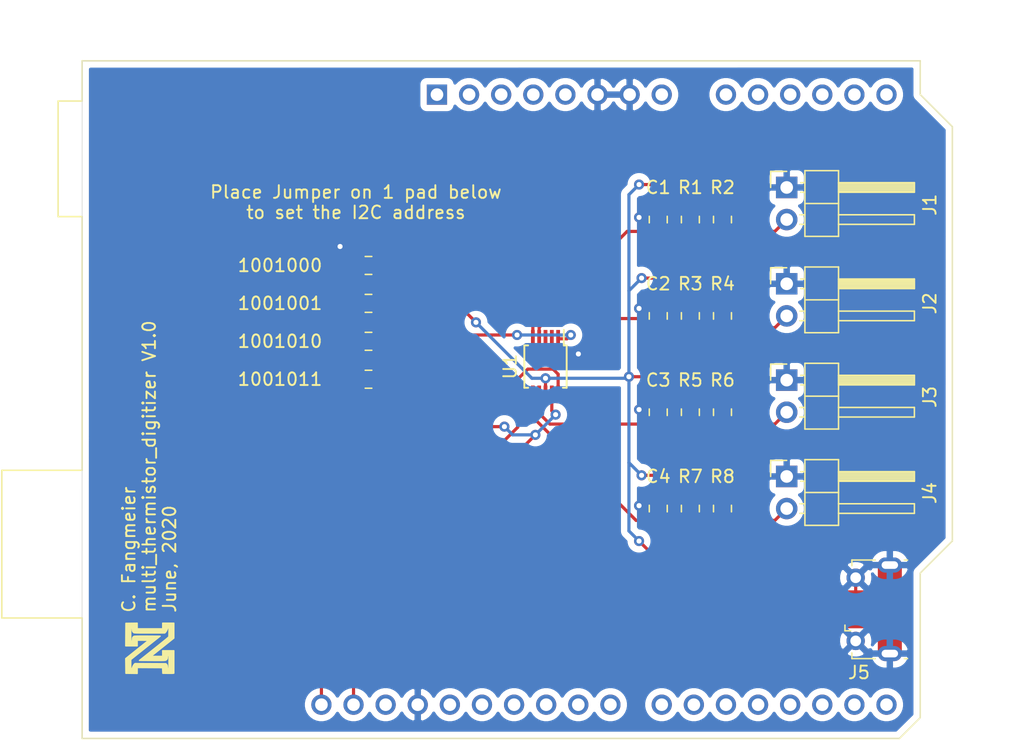
<source format=kicad_pcb>
(kicad_pcb (version 20171130) (host pcbnew "(5.1.6)-1")

  (general
    (thickness 1.6)
    (drawings 17)
    (tracks 127)
    (zones 0)
    (modules 24)
    (nets 41)
  )

  (page A4)
  (layers
    (0 F.Cu signal)
    (31 B.Cu signal)
    (32 B.Adhes user)
    (33 F.Adhes user)
    (34 B.Paste user)
    (35 F.Paste user)
    (36 B.SilkS user)
    (37 F.SilkS user)
    (38 B.Mask user)
    (39 F.Mask user)
    (40 Dwgs.User user)
    (41 Cmts.User user)
    (42 Eco1.User user)
    (43 Eco2.User user)
    (44 Edge.Cuts user)
    (45 Margin user)
    (46 B.CrtYd user)
    (47 F.CrtYd user)
    (48 B.Fab user)
    (49 F.Fab user hide)
  )

  (setup
    (last_trace_width 0.25)
    (trace_clearance 0.2)
    (zone_clearance 0.508)
    (zone_45_only no)
    (trace_min 0.2)
    (via_size 0.8)
    (via_drill 0.4)
    (via_min_size 0.4)
    (via_min_drill 0.3)
    (uvia_size 0.3)
    (uvia_drill 0.1)
    (uvias_allowed no)
    (uvia_min_size 0.2)
    (uvia_min_drill 0.1)
    (edge_width 0.05)
    (segment_width 0.2)
    (pcb_text_width 0.3)
    (pcb_text_size 1.5 1.5)
    (mod_edge_width 0.12)
    (mod_text_size 1 1)
    (mod_text_width 0.15)
    (pad_size 1.524 1.524)
    (pad_drill 0.762)
    (pad_to_mask_clearance 0.05)
    (aux_axis_origin 76.345001 26.815001)
    (visible_elements 7FFFFFFF)
    (pcbplotparams
      (layerselection 0x010fc_ffffffff)
      (usegerberextensions false)
      (usegerberattributes true)
      (usegerberadvancedattributes true)
      (creategerberjobfile true)
      (excludeedgelayer true)
      (linewidth 0.100000)
      (plotframeref false)
      (viasonmask false)
      (mode 1)
      (useauxorigin false)
      (hpglpennumber 1)
      (hpglpenspeed 20)
      (hpglpendiameter 15.000000)
      (psnegative false)
      (psa4output false)
      (plotreference true)
      (plotvalue true)
      (plotinvisibletext false)
      (padsonsilk false)
      (subtractmaskfromsilk false)
      (outputformat 1)
      (mirror false)
      (drillshape 0)
      (scaleselection 1)
      (outputdirectory ""))
  )

  (net 0 "")
  (net 1 /SCL)
  (net 2 /SDA)
  (net 3 "Net-(A1-Pad1)")
  (net 4 "Net-(A1-Pad17)")
  (net 5 "Net-(A1-Pad2)")
  (net 6 "Net-(A1-Pad18)")
  (net 7 "Net-(A1-Pad3)")
  (net 8 "Net-(A1-Pad19)")
  (net 9 "Net-(A1-Pad4)")
  (net 10 "Net-(A1-Pad20)")
  (net 11 "Net-(A1-Pad5)")
  (net 12 "Net-(A1-Pad21)")
  (net 13 GND)
  (net 14 "Net-(A1-Pad22)")
  (net 15 "Net-(A1-Pad23)")
  (net 16 "Net-(A1-Pad8)")
  (net 17 "Net-(A1-Pad24)")
  (net 18 "Net-(A1-Pad9)")
  (net 19 "Net-(A1-Pad25)")
  (net 20 "Net-(A1-Pad10)")
  (net 21 "Net-(A1-Pad26)")
  (net 22 "Net-(A1-Pad11)")
  (net 23 "Net-(A1-Pad27)")
  (net 24 "Net-(A1-Pad12)")
  (net 25 "Net-(A1-Pad28)")
  (net 26 "Net-(A1-Pad13)")
  (net 27 "Net-(A1-Pad14)")
  (net 28 "Net-(A1-Pad30)")
  (net 29 "Net-(A1-Pad15)")
  (net 30 "Net-(A1-Pad16)")
  (net 31 /Vsense0)
  (net 32 /Vsense1)
  (net 33 /Vsense2)
  (net 34 /Vsense3)
  (net 35 "Net-(J5-Pad4)")
  (net 36 "Net-(J5-Pad3)")
  (net 37 /5V)
  (net 38 "Net-(J5-Pad2)")
  (net 39 "Net-(U1-Pad2)")
  (net 40 "Net-(JP1-Pad1)")

  (net_class Default "This is the default net class."
    (clearance 0.2)
    (trace_width 0.25)
    (via_dia 0.8)
    (via_drill 0.4)
    (uvia_dia 0.3)
    (uvia_drill 0.1)
    (add_net /5V)
    (add_net /SCL)
    (add_net /SDA)
    (add_net /Vsense0)
    (add_net /Vsense1)
    (add_net /Vsense2)
    (add_net /Vsense3)
    (add_net GND)
    (add_net "Net-(A1-Pad1)")
    (add_net "Net-(A1-Pad10)")
    (add_net "Net-(A1-Pad11)")
    (add_net "Net-(A1-Pad12)")
    (add_net "Net-(A1-Pad13)")
    (add_net "Net-(A1-Pad14)")
    (add_net "Net-(A1-Pad15)")
    (add_net "Net-(A1-Pad16)")
    (add_net "Net-(A1-Pad17)")
    (add_net "Net-(A1-Pad18)")
    (add_net "Net-(A1-Pad19)")
    (add_net "Net-(A1-Pad2)")
    (add_net "Net-(A1-Pad20)")
    (add_net "Net-(A1-Pad21)")
    (add_net "Net-(A1-Pad22)")
    (add_net "Net-(A1-Pad23)")
    (add_net "Net-(A1-Pad24)")
    (add_net "Net-(A1-Pad25)")
    (add_net "Net-(A1-Pad26)")
    (add_net "Net-(A1-Pad27)")
    (add_net "Net-(A1-Pad28)")
    (add_net "Net-(A1-Pad3)")
    (add_net "Net-(A1-Pad30)")
    (add_net "Net-(A1-Pad4)")
    (add_net "Net-(A1-Pad5)")
    (add_net "Net-(A1-Pad8)")
    (add_net "Net-(A1-Pad9)")
    (add_net "Net-(J5-Pad2)")
    (add_net "Net-(J5-Pad3)")
    (add_net "Net-(J5-Pad4)")
    (add_net "Net-(JP1-Pad1)")
    (add_net "Net-(U1-Pad2)")
  )

  (module unl_silab:NLOGO (layer F.Cu) (tedit 5D65A532) (tstamp 5EFAB6A2)
    (at 81.7 73.95 90)
    (fp_text reference G*** (at 0.6 -3.2 90) (layer F.SilkS) hide
      (effects (font (size 1.524 1.524) (thickness 0.3)))
    )
    (fp_text value LOGO (at 0.85 -3.25 90) (layer F.SilkS) hide
      (effects (font (size 1.524 1.524) (thickness 0.3)))
    )
    (fp_poly (pts (xy 2.656834 -0.994833) (xy 2.434163 -0.994833) (xy 2.274992 -0.994833) (xy 2.274992 -1.449916)
      (xy 2.274992 -1.502833) (xy 1.756409 -1.502833) (xy 1.237826 -1.502833) (xy 1.238018 -1.444625)
      (xy 1.24046 -1.41221) (xy 1.254193 -1.394351) (xy 1.289233 -1.386088) (xy 1.355598 -1.382461)
      (xy 1.364171 -1.382168) (xy 1.474864 -1.368497) (xy 1.55233 -1.334102) (xy 1.601845 -1.275854)
      (xy 1.619631 -1.230622) (xy 1.62555 -1.187022) (xy 1.630249 -1.10185) (xy 1.633717 -0.975854)
      (xy 1.635945 -0.809777) (xy 1.63692 -0.604365) (xy 1.63663 -0.360364) (xy 1.635656 -0.164793)
      (xy 1.629409 0.823998) (xy 1.153619 0.226791) (xy 1.016184 0.054321) (xy 0.862601 -0.13835)
      (xy 0.701049 -0.340966) (xy 0.539703 -0.543273) (xy 0.386743 -0.735017) (xy 0.250346 -0.905942)
      (xy 0.225855 -0.936625) (xy -0.226119 -1.502833) (xy -0.58423 -1.502833) (xy -0.942341 -1.502833)
      (xy -0.942341 -1.45032) (xy -0.930772 -1.407306) (xy -0.889 -1.385019) (xy -0.884133 -1.383792)
      (xy -0.802366 -1.355516) (xy -0.713067 -1.31171) (xy -0.633413 -1.261706) (xy -0.587292 -1.222565)
      (xy -0.539159 -1.170941) (xy -0.544959 0.049059) (xy -0.550758 1.26906) (xy -0.608409 1.3267)
      (xy -0.648735 1.360078) (xy -0.695475 1.379528) (xy -0.763299 1.39003) (xy -0.8042 1.393136)
      (xy -0.878697 1.399187) (xy -0.920282 1.407887) (xy -0.938361 1.42303) (xy -0.942341 1.44841)
      (xy -0.942341 1.448855) (xy -0.938837 1.489785) (xy -0.933543 1.504597) (xy -0.91081 1.507056)
      (xy -0.851653 1.509251) (xy -0.761978 1.511081) (xy -0.647694 1.512447) (xy -0.51471 1.513247)
      (xy -0.414976 1.513417) (xy 0.094793 1.513417) (xy 0.094809 1.455209) (xy 0.092207 1.421328)
      (xy 0.077282 1.404011) (xy 0.039398 1.397653) (xy -0.016299 1.396688) (xy -0.122449 1.387187)
      (xy -0.198242 1.356516) (xy -0.252149 1.30038) (xy -0.270507 1.267756) (xy -0.279148 1.247436)
      (xy -0.286301 1.222385) (xy -0.292079 1.188805) (xy -0.296591 1.142894) (xy -0.299949 1.080854)
      (xy -0.302265 0.998882) (xy -0.30365 0.89318) (xy -0.304216 0.759946) (xy -0.304073 0.595382)
      (xy -0.303333 0.395686) (xy -0.302257 0.184146) (xy -0.296758 -0.823473) (xy -0.032706 -0.491111)
      (xy 0.22355 -0.168745) (xy 0.454537 0.121438) (xy 0.661145 0.380538) (xy 0.844266 0.609655)
      (xy 1.004789 0.809888) (xy 1.143605 0.98234) (xy 1.261604 1.128109) (xy 1.359677 1.248296)
      (xy 1.438714 1.344001) (xy 1.499606 1.416324) (xy 1.543244 1.466366) (xy 1.570516 1.495227)
      (xy 1.58203 1.504026) (xy 1.61134 1.504685) (xy 1.675072 1.505723) (xy 1.765319 1.507023)
      (xy 1.874173 1.508471) (xy 1.941596 1.509318) (xy 2.27495 1.513417) (xy 2.274971 1.455209)
      (xy 2.265741 1.409716) (xy 2.237951 1.396793) (xy 2.185001 1.385068) (xy 2.112516 1.355218)
      (xy 2.034774 1.314592) (xy 1.966053 1.270535) (xy 1.925553 1.236045) (xy 1.872826 1.179152)
      (xy 1.872905 -0.018966) (xy 1.872972 -0.274792) (xy 1.873214 -0.49172) (xy 1.873741 -0.673184)
      (xy 1.874666 -0.822619) (xy 1.8761 -0.943459) (xy 1.878155 -1.039138) (xy 1.880944 -1.113093)
      (xy 1.884577 -1.168756) (xy 1.889168 -1.209564) (xy 1.894827 -1.23895) (xy 1.901667 -1.260349)
      (xy 1.9098 -1.277195) (xy 1.914137 -1.284576) (xy 1.976319 -1.346414) (xy 2.071554 -1.38417)
      (xy 2.195617 -1.396882) (xy 2.247977 -1.40033) (xy 2.270373 -1.415887) (xy 2.274992 -1.449916)
      (xy 2.274992 -0.994833) (xy 2.211492 -0.994833) (xy 2.211492 0.010584) (xy 2.211492 1.016)
      (xy 2.433742 1.016) (xy 2.655992 1.016) (xy 2.655992 1.4605) (xy 2.655992 1.905)
      (xy 2.063145 1.905) (xy 1.470297 1.905) (xy 0.750811 1.00209) (xy 0.031325 0.099181)
      (xy 0.031326 0.55759) (xy 0.031326 1.016) (xy 0.253576 1.016) (xy 0.475826 1.016)
      (xy 0.475826 1.4605) (xy 0.475826 1.905) (xy -0.412771 1.905) (xy -1.301368 1.905)
      (xy -1.31308 1.857375) (xy -1.316504 1.821558) (xy -1.318871 1.751115) (xy -1.320081 1.653743)
      (xy -1.320034 1.537139) (xy -1.318775 1.418167) (xy -1.312758 1.026584) (xy -1.090508 1.016)
      (xy -0.868258 1.005417) (xy -0.862759 0.005292) (xy -0.85726 -0.994833) (xy -1.090722 -0.994833)
      (xy -1.324183 -0.994833) (xy -1.31847 -1.444625) (xy -1.312758 -1.894416) (xy -0.729184 -1.900847)
      (xy -0.145609 -1.907278) (xy 0.5514 -1.034361) (xy 0.685332 -0.866613) (xy 0.811774 -0.708218)
      (xy 0.928169 -0.562379) (xy 1.031963 -0.4323) (xy 1.1206 -0.321185) (xy 1.191522 -0.232238)
      (xy 1.242174 -0.168663) (xy 1.27 -0.133663) (xy 1.274194 -0.128347) (xy 1.282965 -0.124987)
      (xy 1.289646 -0.143001) (xy 1.294492 -0.186409) (xy 1.29776 -0.259229) (xy 1.299704 -0.365481)
      (xy 1.30058 -0.509184) (xy 1.300652 -0.545041) (xy 1.301326 -0.994833) (xy 1.079076 -0.994833)
      (xy 0.856826 -0.994833) (xy 0.856826 -1.450516) (xy 0.856826 -1.906198) (xy 1.751117 -1.900307)
      (xy 2.645409 -1.894416) (xy 2.651121 -1.444625) (xy 2.656834 -0.994833)) (layer F.SilkS) (width 0.1))
  )

  (module Resistor_SMD:R_0805_2012Metric_Pad1.15x1.40mm_HandSolder (layer F.Cu) (tedit 5B36C52B) (tstamp 5EF44AA2)
    (at 99 52 180)
    (descr "Resistor SMD 0805 (2012 Metric), square (rectangular) end terminal, IPC_7351 nominal with elongated pad for handsoldering. (Body size source: https://docs.google.com/spreadsheets/d/1BsfQQcO9C6DZCsRaXUlFlo91Tg2WpOkGARC1WS5S8t0/edit?usp=sharing), generated with kicad-footprint-generator")
    (tags "resistor handsolder")
    (path /5EF79A5C)
    (attr smd)
    (fp_text reference JP4 (at 4 0 180) (layer F.SilkS) hide
      (effects (font (size 1 1) (thickness 0.15)))
    )
    (fp_text value Jumper_NO_Small (at 0 1.65) (layer F.Fab)
      (effects (font (size 1 1) (thickness 0.15)))
    )
    (fp_line (start 1.85 0.95) (end -1.85 0.95) (layer F.CrtYd) (width 0.05))
    (fp_line (start 1.85 -0.95) (end 1.85 0.95) (layer F.CrtYd) (width 0.05))
    (fp_line (start -1.85 -0.95) (end 1.85 -0.95) (layer F.CrtYd) (width 0.05))
    (fp_line (start -1.85 0.95) (end -1.85 -0.95) (layer F.CrtYd) (width 0.05))
    (fp_line (start -0.261252 0.71) (end 0.261252 0.71) (layer F.SilkS) (width 0.12))
    (fp_line (start -0.261252 -0.71) (end 0.261252 -0.71) (layer F.SilkS) (width 0.12))
    (fp_line (start 1 0.6) (end -1 0.6) (layer F.Fab) (width 0.1))
    (fp_line (start 1 -0.6) (end 1 0.6) (layer F.Fab) (width 0.1))
    (fp_line (start -1 -0.6) (end 1 -0.6) (layer F.Fab) (width 0.1))
    (fp_line (start -1 0.6) (end -1 -0.6) (layer F.Fab) (width 0.1))
    (fp_text user %R (at 0 0) (layer F.Fab)
      (effects (font (size 0.5 0.5) (thickness 0.08)))
    )
    (pad 2 smd roundrect (at 1.025 0 180) (size 1.15 1.4) (layers F.Cu F.Paste F.Mask) (roundrect_rratio 0.217391)
      (net 1 /SCL))
    (pad 1 smd roundrect (at -1.025 0 180) (size 1.15 1.4) (layers F.Cu F.Paste F.Mask) (roundrect_rratio 0.217391)
      (net 40 "Net-(JP1-Pad1)"))
    (model ${KISYS3DMOD}/Resistor_SMD.3dshapes/R_0805_2012Metric.wrl
      (at (xyz 0 0 0))
      (scale (xyz 1 1 1))
      (rotate (xyz 0 0 0))
    )
  )

  (module Resistor_SMD:R_0805_2012Metric_Pad1.15x1.40mm_HandSolder (layer F.Cu) (tedit 5B36C52B) (tstamp 5EF44A93)
    (at 99 49 180)
    (descr "Resistor SMD 0805 (2012 Metric), square (rectangular) end terminal, IPC_7351 nominal with elongated pad for handsoldering. (Body size source: https://docs.google.com/spreadsheets/d/1BsfQQcO9C6DZCsRaXUlFlo91Tg2WpOkGARC1WS5S8t0/edit?usp=sharing), generated with kicad-footprint-generator")
    (tags "resistor handsolder")
    (path /5EF797C7)
    (attr smd)
    (fp_text reference JP3 (at 4 0) (layer F.SilkS) hide
      (effects (font (size 1 1) (thickness 0.15)))
    )
    (fp_text value Jumper_NO_Small (at 0 1.65) (layer F.Fab)
      (effects (font (size 1 1) (thickness 0.15)))
    )
    (fp_line (start 1.85 0.95) (end -1.85 0.95) (layer F.CrtYd) (width 0.05))
    (fp_line (start 1.85 -0.95) (end 1.85 0.95) (layer F.CrtYd) (width 0.05))
    (fp_line (start -1.85 -0.95) (end 1.85 -0.95) (layer F.CrtYd) (width 0.05))
    (fp_line (start -1.85 0.95) (end -1.85 -0.95) (layer F.CrtYd) (width 0.05))
    (fp_line (start -0.261252 0.71) (end 0.261252 0.71) (layer F.SilkS) (width 0.12))
    (fp_line (start -0.261252 -0.71) (end 0.261252 -0.71) (layer F.SilkS) (width 0.12))
    (fp_line (start 1 0.6) (end -1 0.6) (layer F.Fab) (width 0.1))
    (fp_line (start 1 -0.6) (end 1 0.6) (layer F.Fab) (width 0.1))
    (fp_line (start -1 -0.6) (end 1 -0.6) (layer F.Fab) (width 0.1))
    (fp_line (start -1 0.6) (end -1 -0.6) (layer F.Fab) (width 0.1))
    (fp_text user %R (at 0 0) (layer F.Fab)
      (effects (font (size 0.5 0.5) (thickness 0.08)))
    )
    (pad 2 smd roundrect (at 1.025 0 180) (size 1.15 1.4) (layers F.Cu F.Paste F.Mask) (roundrect_rratio 0.217391)
      (net 2 /SDA))
    (pad 1 smd roundrect (at -1.025 0 180) (size 1.15 1.4) (layers F.Cu F.Paste F.Mask) (roundrect_rratio 0.217391)
      (net 40 "Net-(JP1-Pad1)"))
    (model ${KISYS3DMOD}/Resistor_SMD.3dshapes/R_0805_2012Metric.wrl
      (at (xyz 0 0 0))
      (scale (xyz 1 1 1))
      (rotate (xyz 0 0 0))
    )
  )

  (module Resistor_SMD:R_0805_2012Metric_Pad1.15x1.40mm_HandSolder (layer F.Cu) (tedit 5B36C52B) (tstamp 5EF44A84)
    (at 99 46 180)
    (descr "Resistor SMD 0805 (2012 Metric), square (rectangular) end terminal, IPC_7351 nominal with elongated pad for handsoldering. (Body size source: https://docs.google.com/spreadsheets/d/1BsfQQcO9C6DZCsRaXUlFlo91Tg2WpOkGARC1WS5S8t0/edit?usp=sharing), generated with kicad-footprint-generator")
    (tags "resistor handsolder")
    (path /5EF794ED)
    (attr smd)
    (fp_text reference JP2 (at 4 0) (layer F.SilkS) hide
      (effects (font (size 1 1) (thickness 0.15)))
    )
    (fp_text value Jumper_NO_Small (at 0 1.65) (layer F.Fab)
      (effects (font (size 1 1) (thickness 0.15)))
    )
    (fp_line (start 1.85 0.95) (end -1.85 0.95) (layer F.CrtYd) (width 0.05))
    (fp_line (start 1.85 -0.95) (end 1.85 0.95) (layer F.CrtYd) (width 0.05))
    (fp_line (start -1.85 -0.95) (end 1.85 -0.95) (layer F.CrtYd) (width 0.05))
    (fp_line (start -1.85 0.95) (end -1.85 -0.95) (layer F.CrtYd) (width 0.05))
    (fp_line (start -0.261252 0.71) (end 0.261252 0.71) (layer F.SilkS) (width 0.12))
    (fp_line (start -0.261252 -0.71) (end 0.261252 -0.71) (layer F.SilkS) (width 0.12))
    (fp_line (start 1 0.6) (end -1 0.6) (layer F.Fab) (width 0.1))
    (fp_line (start 1 -0.6) (end 1 0.6) (layer F.Fab) (width 0.1))
    (fp_line (start -1 -0.6) (end 1 -0.6) (layer F.Fab) (width 0.1))
    (fp_line (start -1 0.6) (end -1 -0.6) (layer F.Fab) (width 0.1))
    (fp_text user %R (at 0 0) (layer F.Fab)
      (effects (font (size 0.5 0.5) (thickness 0.08)))
    )
    (pad 2 smd roundrect (at 1.025 0 180) (size 1.15 1.4) (layers F.Cu F.Paste F.Mask) (roundrect_rratio 0.217391)
      (net 37 /5V))
    (pad 1 smd roundrect (at -1.025 0 180) (size 1.15 1.4) (layers F.Cu F.Paste F.Mask) (roundrect_rratio 0.217391)
      (net 40 "Net-(JP1-Pad1)"))
    (model ${KISYS3DMOD}/Resistor_SMD.3dshapes/R_0805_2012Metric.wrl
      (at (xyz 0 0 0))
      (scale (xyz 1 1 1))
      (rotate (xyz 0 0 0))
    )
  )

  (module Resistor_SMD:R_0805_2012Metric_Pad1.15x1.40mm_HandSolder (layer F.Cu) (tedit 5B36C52B) (tstamp 5EF44A75)
    (at 99 43 180)
    (descr "Resistor SMD 0805 (2012 Metric), square (rectangular) end terminal, IPC_7351 nominal with elongated pad for handsoldering. (Body size source: https://docs.google.com/spreadsheets/d/1BsfQQcO9C6DZCsRaXUlFlo91Tg2WpOkGARC1WS5S8t0/edit?usp=sharing), generated with kicad-footprint-generator")
    (tags "resistor handsolder")
    (path /5EF78A0E)
    (attr smd)
    (fp_text reference JP1 (at 4 0 180) (layer F.SilkS) hide
      (effects (font (size 1 1) (thickness 0.15)))
    )
    (fp_text value Jumper_NO_Small (at 0 1.65) (layer F.Fab)
      (effects (font (size 1 1) (thickness 0.15)))
    )
    (fp_line (start 1.85 0.95) (end -1.85 0.95) (layer F.CrtYd) (width 0.05))
    (fp_line (start 1.85 -0.95) (end 1.85 0.95) (layer F.CrtYd) (width 0.05))
    (fp_line (start -1.85 -0.95) (end 1.85 -0.95) (layer F.CrtYd) (width 0.05))
    (fp_line (start -1.85 0.95) (end -1.85 -0.95) (layer F.CrtYd) (width 0.05))
    (fp_line (start -0.261252 0.71) (end 0.261252 0.71) (layer F.SilkS) (width 0.12))
    (fp_line (start -0.261252 -0.71) (end 0.261252 -0.71) (layer F.SilkS) (width 0.12))
    (fp_line (start 1 0.6) (end -1 0.6) (layer F.Fab) (width 0.1))
    (fp_line (start 1 -0.6) (end 1 0.6) (layer F.Fab) (width 0.1))
    (fp_line (start -1 -0.6) (end 1 -0.6) (layer F.Fab) (width 0.1))
    (fp_line (start -1 0.6) (end -1 -0.6) (layer F.Fab) (width 0.1))
    (fp_text user %R (at 0 0) (layer F.Fab)
      (effects (font (size 0.5 0.5) (thickness 0.08)))
    )
    (pad 2 smd roundrect (at 1.025 0 180) (size 1.15 1.4) (layers F.Cu F.Paste F.Mask) (roundrect_rratio 0.217391)
      (net 13 GND))
    (pad 1 smd roundrect (at -1.025 0 180) (size 1.15 1.4) (layers F.Cu F.Paste F.Mask) (roundrect_rratio 0.217391)
      (net 40 "Net-(JP1-Pad1)"))
    (model ${KISYS3DMOD}/Resistor_SMD.3dshapes/R_0805_2012Metric.wrl
      (at (xyz 0 0 0))
      (scale (xyz 1 1 1))
      (rotate (xyz 0 0 0))
    )
  )

  (module Module:Arduino_UNO_R3 (layer F.Cu) (tedit 58AB60FC) (tstamp 5EF3FB19)
    (at 104.415001 29.485001)
    (descr "Arduino UNO R3, http://www.mouser.com/pdfdocs/Gravitech_Arduino_Nano3_0.pdf")
    (tags "Arduino UNO R3")
    (path /5EF3B5A5)
    (fp_text reference A1 (at 1.27 -3.81 180) (layer F.SilkS) hide
      (effects (font (size 1 1) (thickness 0.15)))
    )
    (fp_text value Arduino_UNO_R3 (at 0 22.86) (layer F.Fab)
      (effects (font (size 1 1) (thickness 0.15)))
    )
    (fp_line (start 38.35 -2.79) (end 38.35 0) (layer F.CrtYd) (width 0.05))
    (fp_line (start 38.35 0) (end 40.89 2.54) (layer F.CrtYd) (width 0.05))
    (fp_line (start 40.89 2.54) (end 40.89 35.31) (layer F.CrtYd) (width 0.05))
    (fp_line (start 40.89 35.31) (end 38.35 37.85) (layer F.CrtYd) (width 0.05))
    (fp_line (start 38.35 37.85) (end 38.35 49.28) (layer F.CrtYd) (width 0.05))
    (fp_line (start 38.35 49.28) (end 36.58 51.05) (layer F.CrtYd) (width 0.05))
    (fp_line (start 36.58 51.05) (end -28.19 51.05) (layer F.CrtYd) (width 0.05))
    (fp_line (start -28.19 51.05) (end -28.19 41.53) (layer F.CrtYd) (width 0.05))
    (fp_line (start -28.19 41.53) (end -34.54 41.53) (layer F.CrtYd) (width 0.05))
    (fp_line (start -34.54 41.53) (end -34.54 29.59) (layer F.CrtYd) (width 0.05))
    (fp_line (start -34.54 29.59) (end -28.19 29.59) (layer F.CrtYd) (width 0.05))
    (fp_line (start -28.19 29.59) (end -28.19 9.78) (layer F.CrtYd) (width 0.05))
    (fp_line (start -28.19 9.78) (end -30.1 9.78) (layer F.CrtYd) (width 0.05))
    (fp_line (start -30.1 9.78) (end -30.1 0.38) (layer F.CrtYd) (width 0.05))
    (fp_line (start -30.1 0.38) (end -28.19 0.38) (layer F.CrtYd) (width 0.05))
    (fp_line (start -28.19 0.38) (end -28.19 -2.79) (layer F.CrtYd) (width 0.05))
    (fp_line (start -28.19 -2.79) (end 38.35 -2.79) (layer F.CrtYd) (width 0.05))
    (fp_line (start 40.77 35.31) (end 40.77 2.54) (layer F.SilkS) (width 0.12))
    (fp_line (start 40.77 2.54) (end 38.23 0) (layer F.SilkS) (width 0.12))
    (fp_line (start 38.23 0) (end 38.23 -2.67) (layer F.SilkS) (width 0.12))
    (fp_line (start 38.23 -2.67) (end -28.07 -2.67) (layer F.SilkS) (width 0.12))
    (fp_line (start -28.07 -2.67) (end -28.07 0.51) (layer F.SilkS) (width 0.12))
    (fp_line (start -28.07 0.51) (end -29.97 0.51) (layer F.SilkS) (width 0.12))
    (fp_line (start -29.97 0.51) (end -29.97 9.65) (layer F.SilkS) (width 0.12))
    (fp_line (start -29.97 9.65) (end -28.07 9.65) (layer F.SilkS) (width 0.12))
    (fp_line (start -28.07 9.65) (end -28.07 29.72) (layer F.SilkS) (width 0.12))
    (fp_line (start -28.07 29.72) (end -34.42 29.72) (layer F.SilkS) (width 0.12))
    (fp_line (start -34.42 29.72) (end -34.42 41.4) (layer F.SilkS) (width 0.12))
    (fp_line (start -34.42 41.4) (end -28.07 41.4) (layer F.SilkS) (width 0.12))
    (fp_line (start -28.07 41.4) (end -28.07 50.93) (layer F.SilkS) (width 0.12))
    (fp_line (start -28.07 50.93) (end 36.58 50.93) (layer F.SilkS) (width 0.12))
    (fp_line (start 36.58 50.93) (end 38.23 49.28) (layer F.SilkS) (width 0.12))
    (fp_line (start 38.23 49.28) (end 38.23 37.85) (layer F.SilkS) (width 0.12))
    (fp_line (start 38.23 37.85) (end 40.77 35.31) (layer F.SilkS) (width 0.12))
    (fp_line (start -34.29 29.84) (end -18.41 29.84) (layer F.Fab) (width 0.1))
    (fp_line (start -18.41 29.84) (end -18.41 41.27) (layer F.Fab) (width 0.1))
    (fp_line (start -18.41 41.27) (end -34.29 41.27) (layer F.Fab) (width 0.1))
    (fp_line (start -34.29 41.27) (end -34.29 29.84) (layer F.Fab) (width 0.1))
    (fp_line (start -29.84 0.64) (end -16.51 0.64) (layer F.Fab) (width 0.1))
    (fp_line (start -16.51 0.64) (end -16.51 9.53) (layer F.Fab) (width 0.1))
    (fp_line (start -16.51 9.53) (end -29.84 9.53) (layer F.Fab) (width 0.1))
    (fp_line (start -29.84 9.53) (end -29.84 0.64) (layer F.Fab) (width 0.1))
    (fp_line (start 38.1 37.85) (end 38.1 49.28) (layer F.Fab) (width 0.1))
    (fp_line (start 40.64 2.54) (end 40.64 35.31) (layer F.Fab) (width 0.1))
    (fp_line (start 40.64 35.31) (end 38.1 37.85) (layer F.Fab) (width 0.1))
    (fp_line (start 38.1 -2.54) (end 38.1 0) (layer F.Fab) (width 0.1))
    (fp_line (start 38.1 0) (end 40.64 2.54) (layer F.Fab) (width 0.1))
    (fp_line (start 38.1 49.28) (end 36.58 50.8) (layer F.Fab) (width 0.1))
    (fp_line (start 36.58 50.8) (end -27.94 50.8) (layer F.Fab) (width 0.1))
    (fp_line (start -27.94 50.8) (end -27.94 -2.54) (layer F.Fab) (width 0.1))
    (fp_line (start -27.94 -2.54) (end 38.1 -2.54) (layer F.Fab) (width 0.1))
    (fp_text user %R (at 0 20.32 180) (layer F.Fab)
      (effects (font (size 1 1) (thickness 0.15)))
    )
    (pad 32 thru_hole oval (at -9.14 48.26 90) (size 1.6 1.6) (drill 1) (layers *.Cu *.Mask)
      (net 1 /SCL))
    (pad 31 thru_hole oval (at -6.6 48.26 90) (size 1.6 1.6) (drill 1) (layers *.Cu *.Mask)
      (net 2 /SDA))
    (pad 1 thru_hole rect (at 0 0 90) (size 1.6 1.6) (drill 1) (layers *.Cu *.Mask)
      (net 3 "Net-(A1-Pad1)"))
    (pad 17 thru_hole oval (at 30.48 48.26 90) (size 1.6 1.6) (drill 1) (layers *.Cu *.Mask)
      (net 4 "Net-(A1-Pad17)"))
    (pad 2 thru_hole oval (at 2.54 0 90) (size 1.6 1.6) (drill 1) (layers *.Cu *.Mask)
      (net 5 "Net-(A1-Pad2)"))
    (pad 18 thru_hole oval (at 27.94 48.26 90) (size 1.6 1.6) (drill 1) (layers *.Cu *.Mask)
      (net 6 "Net-(A1-Pad18)"))
    (pad 3 thru_hole oval (at 5.08 0 90) (size 1.6 1.6) (drill 1) (layers *.Cu *.Mask)
      (net 7 "Net-(A1-Pad3)"))
    (pad 19 thru_hole oval (at 25.4 48.26 90) (size 1.6 1.6) (drill 1) (layers *.Cu *.Mask)
      (net 8 "Net-(A1-Pad19)"))
    (pad 4 thru_hole oval (at 7.62 0 90) (size 1.6 1.6) (drill 1) (layers *.Cu *.Mask)
      (net 9 "Net-(A1-Pad4)"))
    (pad 20 thru_hole oval (at 22.86 48.26 90) (size 1.6 1.6) (drill 1) (layers *.Cu *.Mask)
      (net 10 "Net-(A1-Pad20)"))
    (pad 5 thru_hole oval (at 10.16 0 90) (size 1.6 1.6) (drill 1) (layers *.Cu *.Mask)
      (net 11 "Net-(A1-Pad5)"))
    (pad 21 thru_hole oval (at 20.32 48.26 90) (size 1.6 1.6) (drill 1) (layers *.Cu *.Mask)
      (net 12 "Net-(A1-Pad21)"))
    (pad 6 thru_hole oval (at 12.7 0 90) (size 1.6 1.6) (drill 1) (layers *.Cu *.Mask)
      (net 13 GND))
    (pad 22 thru_hole oval (at 17.78 48.26 90) (size 1.6 1.6) (drill 1) (layers *.Cu *.Mask)
      (net 14 "Net-(A1-Pad22)"))
    (pad 7 thru_hole oval (at 15.24 0 90) (size 1.6 1.6) (drill 1) (layers *.Cu *.Mask)
      (net 13 GND))
    (pad 23 thru_hole oval (at 13.72 48.26 90) (size 1.6 1.6) (drill 1) (layers *.Cu *.Mask)
      (net 15 "Net-(A1-Pad23)"))
    (pad 8 thru_hole oval (at 17.78 0 90) (size 1.6 1.6) (drill 1) (layers *.Cu *.Mask)
      (net 16 "Net-(A1-Pad8)"))
    (pad 24 thru_hole oval (at 11.18 48.26 90) (size 1.6 1.6) (drill 1) (layers *.Cu *.Mask)
      (net 17 "Net-(A1-Pad24)"))
    (pad 9 thru_hole oval (at 22.86 0 90) (size 1.6 1.6) (drill 1) (layers *.Cu *.Mask)
      (net 18 "Net-(A1-Pad9)"))
    (pad 25 thru_hole oval (at 8.64 48.26 90) (size 1.6 1.6) (drill 1) (layers *.Cu *.Mask)
      (net 19 "Net-(A1-Pad25)"))
    (pad 10 thru_hole oval (at 25.4 0 90) (size 1.6 1.6) (drill 1) (layers *.Cu *.Mask)
      (net 20 "Net-(A1-Pad10)"))
    (pad 26 thru_hole oval (at 6.1 48.26 90) (size 1.6 1.6) (drill 1) (layers *.Cu *.Mask)
      (net 21 "Net-(A1-Pad26)"))
    (pad 11 thru_hole oval (at 27.94 0 90) (size 1.6 1.6) (drill 1) (layers *.Cu *.Mask)
      (net 22 "Net-(A1-Pad11)"))
    (pad 27 thru_hole oval (at 3.56 48.26 90) (size 1.6 1.6) (drill 1) (layers *.Cu *.Mask)
      (net 23 "Net-(A1-Pad27)"))
    (pad 12 thru_hole oval (at 30.48 0 90) (size 1.6 1.6) (drill 1) (layers *.Cu *.Mask)
      (net 24 "Net-(A1-Pad12)"))
    (pad 28 thru_hole oval (at 1.02 48.26 90) (size 1.6 1.6) (drill 1) (layers *.Cu *.Mask)
      (net 25 "Net-(A1-Pad28)"))
    (pad 13 thru_hole oval (at 33.02 0 90) (size 1.6 1.6) (drill 1) (layers *.Cu *.Mask)
      (net 26 "Net-(A1-Pad13)"))
    (pad 29 thru_hole oval (at -1.52 48.26 90) (size 1.6 1.6) (drill 1) (layers *.Cu *.Mask)
      (net 13 GND))
    (pad 14 thru_hole oval (at 35.56 0 90) (size 1.6 1.6) (drill 1) (layers *.Cu *.Mask)
      (net 27 "Net-(A1-Pad14)"))
    (pad 30 thru_hole oval (at -4.06 48.26 90) (size 1.6 1.6) (drill 1) (layers *.Cu *.Mask)
      (net 28 "Net-(A1-Pad30)"))
    (pad 15 thru_hole oval (at 35.56 48.26 90) (size 1.6 1.6) (drill 1) (layers *.Cu *.Mask)
      (net 29 "Net-(A1-Pad15)"))
    (pad 16 thru_hole oval (at 33.02 48.26 90) (size 1.6 1.6) (drill 1) (layers *.Cu *.Mask)
      (net 30 "Net-(A1-Pad16)"))
    (model ${KISYS3DMOD}/Module.3dshapes/Arduino_UNO_R3.wrl
      (at (xyz 0 0 0))
      (scale (xyz 1 1 1))
      (rotate (xyz 0 0 0))
    )
  )

  (module Capacitor_SMD:C_0805_2012Metric (layer F.Cu) (tedit 5B36C52B) (tstamp 5EF3FB2A)
    (at 121.92 39.37 90)
    (descr "Capacitor SMD 0805 (2012 Metric), square (rectangular) end terminal, IPC_7351 nominal, (Body size source: https://docs.google.com/spreadsheets/d/1BsfQQcO9C6DZCsRaXUlFlo91Tg2WpOkGARC1WS5S8t0/edit?usp=sharing), generated with kicad-footprint-generator")
    (tags capacitor)
    (path /5EEFB09F)
    (attr smd)
    (fp_text reference C1 (at 2.54 0 180) (layer F.SilkS)
      (effects (font (size 1 1) (thickness 0.15)))
    )
    (fp_text value 10uF (at 0 1.65 90) (layer F.Fab)
      (effects (font (size 1 1) (thickness 0.15)))
    )
    (fp_line (start -1 0.6) (end -1 -0.6) (layer F.Fab) (width 0.1))
    (fp_line (start -1 -0.6) (end 1 -0.6) (layer F.Fab) (width 0.1))
    (fp_line (start 1 -0.6) (end 1 0.6) (layer F.Fab) (width 0.1))
    (fp_line (start 1 0.6) (end -1 0.6) (layer F.Fab) (width 0.1))
    (fp_line (start -0.258578 -0.71) (end 0.258578 -0.71) (layer F.SilkS) (width 0.12))
    (fp_line (start -0.258578 0.71) (end 0.258578 0.71) (layer F.SilkS) (width 0.12))
    (fp_line (start -1.68 0.95) (end -1.68 -0.95) (layer F.CrtYd) (width 0.05))
    (fp_line (start -1.68 -0.95) (end 1.68 -0.95) (layer F.CrtYd) (width 0.05))
    (fp_line (start 1.68 -0.95) (end 1.68 0.95) (layer F.CrtYd) (width 0.05))
    (fp_line (start 1.68 0.95) (end -1.68 0.95) (layer F.CrtYd) (width 0.05))
    (fp_text user %R (at 0 0 90) (layer F.Fab)
      (effects (font (size 0.5 0.5) (thickness 0.08)))
    )
    (pad 1 smd roundrect (at -0.9375 0 90) (size 0.975 1.4) (layers F.Cu F.Paste F.Mask) (roundrect_rratio 0.25)
      (net 31 /Vsense0))
    (pad 2 smd roundrect (at 0.9375 0 90) (size 0.975 1.4) (layers F.Cu F.Paste F.Mask) (roundrect_rratio 0.25)
      (net 13 GND))
    (model ${KISYS3DMOD}/Capacitor_SMD.3dshapes/C_0805_2012Metric.wrl
      (at (xyz 0 0 0))
      (scale (xyz 1 1 1))
      (rotate (xyz 0 0 0))
    )
  )

  (module Capacitor_SMD:C_0805_2012Metric (layer F.Cu) (tedit 5B36C52B) (tstamp 5EF3FB3B)
    (at 121.92 46.99 90)
    (descr "Capacitor SMD 0805 (2012 Metric), square (rectangular) end terminal, IPC_7351 nominal, (Body size source: https://docs.google.com/spreadsheets/d/1BsfQQcO9C6DZCsRaXUlFlo91Tg2WpOkGARC1WS5S8t0/edit?usp=sharing), generated with kicad-footprint-generator")
    (tags capacitor)
    (path /5EF2A182)
    (attr smd)
    (fp_text reference C2 (at 2.54 0 180) (layer F.SilkS)
      (effects (font (size 1 1) (thickness 0.15)))
    )
    (fp_text value 10uF (at 0 1.65 90) (layer F.Fab)
      (effects (font (size 1 1) (thickness 0.15)))
    )
    (fp_line (start 1.68 0.95) (end -1.68 0.95) (layer F.CrtYd) (width 0.05))
    (fp_line (start 1.68 -0.95) (end 1.68 0.95) (layer F.CrtYd) (width 0.05))
    (fp_line (start -1.68 -0.95) (end 1.68 -0.95) (layer F.CrtYd) (width 0.05))
    (fp_line (start -1.68 0.95) (end -1.68 -0.95) (layer F.CrtYd) (width 0.05))
    (fp_line (start -0.258578 0.71) (end 0.258578 0.71) (layer F.SilkS) (width 0.12))
    (fp_line (start -0.258578 -0.71) (end 0.258578 -0.71) (layer F.SilkS) (width 0.12))
    (fp_line (start 1 0.6) (end -1 0.6) (layer F.Fab) (width 0.1))
    (fp_line (start 1 -0.6) (end 1 0.6) (layer F.Fab) (width 0.1))
    (fp_line (start -1 -0.6) (end 1 -0.6) (layer F.Fab) (width 0.1))
    (fp_line (start -1 0.6) (end -1 -0.6) (layer F.Fab) (width 0.1))
    (fp_text user %R (at 0 0 90) (layer F.Fab)
      (effects (font (size 0.5 0.5) (thickness 0.08)))
    )
    (pad 2 smd roundrect (at 0.9375 0 90) (size 0.975 1.4) (layers F.Cu F.Paste F.Mask) (roundrect_rratio 0.25)
      (net 13 GND))
    (pad 1 smd roundrect (at -0.9375 0 90) (size 0.975 1.4) (layers F.Cu F.Paste F.Mask) (roundrect_rratio 0.25)
      (net 32 /Vsense1))
    (model ${KISYS3DMOD}/Capacitor_SMD.3dshapes/C_0805_2012Metric.wrl
      (at (xyz 0 0 0))
      (scale (xyz 1 1 1))
      (rotate (xyz 0 0 0))
    )
  )

  (module Capacitor_SMD:C_0805_2012Metric (layer F.Cu) (tedit 5B36C52B) (tstamp 5EF3FB4C)
    (at 121.92 54.61 90)
    (descr "Capacitor SMD 0805 (2012 Metric), square (rectangular) end terminal, IPC_7351 nominal, (Body size source: https://docs.google.com/spreadsheets/d/1BsfQQcO9C6DZCsRaXUlFlo91Tg2WpOkGARC1WS5S8t0/edit?usp=sharing), generated with kicad-footprint-generator")
    (tags capacitor)
    (path /5EF2BA1A)
    (attr smd)
    (fp_text reference C3 (at 2.54 0 180) (layer F.SilkS)
      (effects (font (size 1 1) (thickness 0.15)))
    )
    (fp_text value 10uF (at 0 1.65 90) (layer F.Fab)
      (effects (font (size 1 1) (thickness 0.15)))
    )
    (fp_line (start -1 0.6) (end -1 -0.6) (layer F.Fab) (width 0.1))
    (fp_line (start -1 -0.6) (end 1 -0.6) (layer F.Fab) (width 0.1))
    (fp_line (start 1 -0.6) (end 1 0.6) (layer F.Fab) (width 0.1))
    (fp_line (start 1 0.6) (end -1 0.6) (layer F.Fab) (width 0.1))
    (fp_line (start -0.258578 -0.71) (end 0.258578 -0.71) (layer F.SilkS) (width 0.12))
    (fp_line (start -0.258578 0.71) (end 0.258578 0.71) (layer F.SilkS) (width 0.12))
    (fp_line (start -1.68 0.95) (end -1.68 -0.95) (layer F.CrtYd) (width 0.05))
    (fp_line (start -1.68 -0.95) (end 1.68 -0.95) (layer F.CrtYd) (width 0.05))
    (fp_line (start 1.68 -0.95) (end 1.68 0.95) (layer F.CrtYd) (width 0.05))
    (fp_line (start 1.68 0.95) (end -1.68 0.95) (layer F.CrtYd) (width 0.05))
    (fp_text user %R (at 0 0 90) (layer F.Fab)
      (effects (font (size 0.5 0.5) (thickness 0.08)))
    )
    (pad 1 smd roundrect (at -0.9375 0 90) (size 0.975 1.4) (layers F.Cu F.Paste F.Mask) (roundrect_rratio 0.25)
      (net 33 /Vsense2))
    (pad 2 smd roundrect (at 0.9375 0 90) (size 0.975 1.4) (layers F.Cu F.Paste F.Mask) (roundrect_rratio 0.25)
      (net 13 GND))
    (model ${KISYS3DMOD}/Capacitor_SMD.3dshapes/C_0805_2012Metric.wrl
      (at (xyz 0 0 0))
      (scale (xyz 1 1 1))
      (rotate (xyz 0 0 0))
    )
  )

  (module Capacitor_SMD:C_0805_2012Metric (layer F.Cu) (tedit 5B36C52B) (tstamp 5EF3FB5D)
    (at 121.92 62.23 90)
    (descr "Capacitor SMD 0805 (2012 Metric), square (rectangular) end terminal, IPC_7351 nominal, (Body size source: https://docs.google.com/spreadsheets/d/1BsfQQcO9C6DZCsRaXUlFlo91Tg2WpOkGARC1WS5S8t0/edit?usp=sharing), generated with kicad-footprint-generator")
    (tags capacitor)
    (path /5EF2CF44)
    (attr smd)
    (fp_text reference C4 (at 2.54 0 180) (layer F.SilkS)
      (effects (font (size 1 1) (thickness 0.15)))
    )
    (fp_text value 10uF (at 0 1.65 90) (layer F.Fab)
      (effects (font (size 1 1) (thickness 0.15)))
    )
    (fp_line (start 1.68 0.95) (end -1.68 0.95) (layer F.CrtYd) (width 0.05))
    (fp_line (start 1.68 -0.95) (end 1.68 0.95) (layer F.CrtYd) (width 0.05))
    (fp_line (start -1.68 -0.95) (end 1.68 -0.95) (layer F.CrtYd) (width 0.05))
    (fp_line (start -1.68 0.95) (end -1.68 -0.95) (layer F.CrtYd) (width 0.05))
    (fp_line (start -0.258578 0.71) (end 0.258578 0.71) (layer F.SilkS) (width 0.12))
    (fp_line (start -0.258578 -0.71) (end 0.258578 -0.71) (layer F.SilkS) (width 0.12))
    (fp_line (start 1 0.6) (end -1 0.6) (layer F.Fab) (width 0.1))
    (fp_line (start 1 -0.6) (end 1 0.6) (layer F.Fab) (width 0.1))
    (fp_line (start -1 -0.6) (end 1 -0.6) (layer F.Fab) (width 0.1))
    (fp_line (start -1 0.6) (end -1 -0.6) (layer F.Fab) (width 0.1))
    (fp_text user %R (at 0 0 90) (layer F.Fab)
      (effects (font (size 0.5 0.5) (thickness 0.08)))
    )
    (pad 2 smd roundrect (at 0.9375 0 90) (size 0.975 1.4) (layers F.Cu F.Paste F.Mask) (roundrect_rratio 0.25)
      (net 13 GND))
    (pad 1 smd roundrect (at -0.9375 0 90) (size 0.975 1.4) (layers F.Cu F.Paste F.Mask) (roundrect_rratio 0.25)
      (net 34 /Vsense3))
    (model ${KISYS3DMOD}/Capacitor_SMD.3dshapes/C_0805_2012Metric.wrl
      (at (xyz 0 0 0))
      (scale (xyz 1 1 1))
      (rotate (xyz 0 0 0))
    )
  )

  (module Connector_PinHeader_2.54mm:PinHeader_1x02_P2.54mm_Horizontal (layer F.Cu) (tedit 59FED5CB) (tstamp 5EF405F6)
    (at 132.08 36.83)
    (descr "Through hole angled pin header, 1x02, 2.54mm pitch, 6mm pin length, single row")
    (tags "Through hole angled pin header THT 1x02 2.54mm single row")
    (path /5EEECA2D)
    (fp_text reference J1 (at 11.32 1.37 90) (layer F.SilkS)
      (effects (font (size 1 1) (thickness 0.15)))
    )
    (fp_text value Conn_01x02 (at 4.385 4.81) (layer F.Fab)
      (effects (font (size 1 1) (thickness 0.15)))
    )
    (fp_line (start 10.55 -1.8) (end -1.8 -1.8) (layer F.CrtYd) (width 0.05))
    (fp_line (start 10.55 4.35) (end 10.55 -1.8) (layer F.CrtYd) (width 0.05))
    (fp_line (start -1.8 4.35) (end 10.55 4.35) (layer F.CrtYd) (width 0.05))
    (fp_line (start -1.8 -1.8) (end -1.8 4.35) (layer F.CrtYd) (width 0.05))
    (fp_line (start -1.27 -1.27) (end 0 -1.27) (layer F.SilkS) (width 0.12))
    (fp_line (start -1.27 0) (end -1.27 -1.27) (layer F.SilkS) (width 0.12))
    (fp_line (start 1.042929 2.92) (end 1.44 2.92) (layer F.SilkS) (width 0.12))
    (fp_line (start 1.042929 2.16) (end 1.44 2.16) (layer F.SilkS) (width 0.12))
    (fp_line (start 10.1 2.92) (end 4.1 2.92) (layer F.SilkS) (width 0.12))
    (fp_line (start 10.1 2.16) (end 10.1 2.92) (layer F.SilkS) (width 0.12))
    (fp_line (start 4.1 2.16) (end 10.1 2.16) (layer F.SilkS) (width 0.12))
    (fp_line (start 1.44 1.27) (end 4.1 1.27) (layer F.SilkS) (width 0.12))
    (fp_line (start 1.11 0.38) (end 1.44 0.38) (layer F.SilkS) (width 0.12))
    (fp_line (start 1.11 -0.38) (end 1.44 -0.38) (layer F.SilkS) (width 0.12))
    (fp_line (start 4.1 0.28) (end 10.1 0.28) (layer F.SilkS) (width 0.12))
    (fp_line (start 4.1 0.16) (end 10.1 0.16) (layer F.SilkS) (width 0.12))
    (fp_line (start 4.1 0.04) (end 10.1 0.04) (layer F.SilkS) (width 0.12))
    (fp_line (start 4.1 -0.08) (end 10.1 -0.08) (layer F.SilkS) (width 0.12))
    (fp_line (start 4.1 -0.2) (end 10.1 -0.2) (layer F.SilkS) (width 0.12))
    (fp_line (start 4.1 -0.32) (end 10.1 -0.32) (layer F.SilkS) (width 0.12))
    (fp_line (start 10.1 0.38) (end 4.1 0.38) (layer F.SilkS) (width 0.12))
    (fp_line (start 10.1 -0.38) (end 10.1 0.38) (layer F.SilkS) (width 0.12))
    (fp_line (start 4.1 -0.38) (end 10.1 -0.38) (layer F.SilkS) (width 0.12))
    (fp_line (start 4.1 -1.33) (end 1.44 -1.33) (layer F.SilkS) (width 0.12))
    (fp_line (start 4.1 3.87) (end 4.1 -1.33) (layer F.SilkS) (width 0.12))
    (fp_line (start 1.44 3.87) (end 4.1 3.87) (layer F.SilkS) (width 0.12))
    (fp_line (start 1.44 -1.33) (end 1.44 3.87) (layer F.SilkS) (width 0.12))
    (fp_line (start 4.04 2.86) (end 10.04 2.86) (layer F.Fab) (width 0.1))
    (fp_line (start 10.04 2.22) (end 10.04 2.86) (layer F.Fab) (width 0.1))
    (fp_line (start 4.04 2.22) (end 10.04 2.22) (layer F.Fab) (width 0.1))
    (fp_line (start -0.32 2.86) (end 1.5 2.86) (layer F.Fab) (width 0.1))
    (fp_line (start -0.32 2.22) (end -0.32 2.86) (layer F.Fab) (width 0.1))
    (fp_line (start -0.32 2.22) (end 1.5 2.22) (layer F.Fab) (width 0.1))
    (fp_line (start 4.04 0.32) (end 10.04 0.32) (layer F.Fab) (width 0.1))
    (fp_line (start 10.04 -0.32) (end 10.04 0.32) (layer F.Fab) (width 0.1))
    (fp_line (start 4.04 -0.32) (end 10.04 -0.32) (layer F.Fab) (width 0.1))
    (fp_line (start -0.32 0.32) (end 1.5 0.32) (layer F.Fab) (width 0.1))
    (fp_line (start -0.32 -0.32) (end -0.32 0.32) (layer F.Fab) (width 0.1))
    (fp_line (start -0.32 -0.32) (end 1.5 -0.32) (layer F.Fab) (width 0.1))
    (fp_line (start 1.5 -0.635) (end 2.135 -1.27) (layer F.Fab) (width 0.1))
    (fp_line (start 1.5 3.81) (end 1.5 -0.635) (layer F.Fab) (width 0.1))
    (fp_line (start 4.04 3.81) (end 1.5 3.81) (layer F.Fab) (width 0.1))
    (fp_line (start 4.04 -1.27) (end 4.04 3.81) (layer F.Fab) (width 0.1))
    (fp_line (start 2.135 -1.27) (end 4.04 -1.27) (layer F.Fab) (width 0.1))
    (fp_text user %R (at 2.77 1.27 90) (layer F.Fab)
      (effects (font (size 1 1) (thickness 0.15)))
    )
    (pad 2 thru_hole oval (at 0 2.54) (size 1.7 1.7) (drill 1) (layers *.Cu *.Mask)
      (net 31 /Vsense0))
    (pad 1 thru_hole rect (at 0 0) (size 1.7 1.7) (drill 1) (layers *.Cu *.Mask)
      (net 13 GND))
    (model ${KISYS3DMOD}/Connector_PinHeader_2.54mm.3dshapes/PinHeader_1x02_P2.54mm_Horizontal.wrl
      (at (xyz 0 0 0))
      (scale (xyz 1 1 1))
      (rotate (xyz 0 0 0))
    )
  )

  (module Connector_PinHeader_2.54mm:PinHeader_1x02_P2.54mm_Horizontal (layer F.Cu) (tedit 59FED5CB) (tstamp 5EF3FBC3)
    (at 132.08 44.45)
    (descr "Through hole angled pin header, 1x02, 2.54mm pitch, 6mm pin length, single row")
    (tags "Through hole angled pin header THT 1x02 2.54mm single row")
    (path /5EF2A15F)
    (fp_text reference J2 (at 11.32 1.55 90) (layer F.SilkS)
      (effects (font (size 1 1) (thickness 0.15)))
    )
    (fp_text value Conn_01x02 (at 4.385 4.81) (layer F.Fab)
      (effects (font (size 1 1) (thickness 0.15)))
    )
    (fp_line (start 2.135 -1.27) (end 4.04 -1.27) (layer F.Fab) (width 0.1))
    (fp_line (start 4.04 -1.27) (end 4.04 3.81) (layer F.Fab) (width 0.1))
    (fp_line (start 4.04 3.81) (end 1.5 3.81) (layer F.Fab) (width 0.1))
    (fp_line (start 1.5 3.81) (end 1.5 -0.635) (layer F.Fab) (width 0.1))
    (fp_line (start 1.5 -0.635) (end 2.135 -1.27) (layer F.Fab) (width 0.1))
    (fp_line (start -0.32 -0.32) (end 1.5 -0.32) (layer F.Fab) (width 0.1))
    (fp_line (start -0.32 -0.32) (end -0.32 0.32) (layer F.Fab) (width 0.1))
    (fp_line (start -0.32 0.32) (end 1.5 0.32) (layer F.Fab) (width 0.1))
    (fp_line (start 4.04 -0.32) (end 10.04 -0.32) (layer F.Fab) (width 0.1))
    (fp_line (start 10.04 -0.32) (end 10.04 0.32) (layer F.Fab) (width 0.1))
    (fp_line (start 4.04 0.32) (end 10.04 0.32) (layer F.Fab) (width 0.1))
    (fp_line (start -0.32 2.22) (end 1.5 2.22) (layer F.Fab) (width 0.1))
    (fp_line (start -0.32 2.22) (end -0.32 2.86) (layer F.Fab) (width 0.1))
    (fp_line (start -0.32 2.86) (end 1.5 2.86) (layer F.Fab) (width 0.1))
    (fp_line (start 4.04 2.22) (end 10.04 2.22) (layer F.Fab) (width 0.1))
    (fp_line (start 10.04 2.22) (end 10.04 2.86) (layer F.Fab) (width 0.1))
    (fp_line (start 4.04 2.86) (end 10.04 2.86) (layer F.Fab) (width 0.1))
    (fp_line (start 1.44 -1.33) (end 1.44 3.87) (layer F.SilkS) (width 0.12))
    (fp_line (start 1.44 3.87) (end 4.1 3.87) (layer F.SilkS) (width 0.12))
    (fp_line (start 4.1 3.87) (end 4.1 -1.33) (layer F.SilkS) (width 0.12))
    (fp_line (start 4.1 -1.33) (end 1.44 -1.33) (layer F.SilkS) (width 0.12))
    (fp_line (start 4.1 -0.38) (end 10.1 -0.38) (layer F.SilkS) (width 0.12))
    (fp_line (start 10.1 -0.38) (end 10.1 0.38) (layer F.SilkS) (width 0.12))
    (fp_line (start 10.1 0.38) (end 4.1 0.38) (layer F.SilkS) (width 0.12))
    (fp_line (start 4.1 -0.32) (end 10.1 -0.32) (layer F.SilkS) (width 0.12))
    (fp_line (start 4.1 -0.2) (end 10.1 -0.2) (layer F.SilkS) (width 0.12))
    (fp_line (start 4.1 -0.08) (end 10.1 -0.08) (layer F.SilkS) (width 0.12))
    (fp_line (start 4.1 0.04) (end 10.1 0.04) (layer F.SilkS) (width 0.12))
    (fp_line (start 4.1 0.16) (end 10.1 0.16) (layer F.SilkS) (width 0.12))
    (fp_line (start 4.1 0.28) (end 10.1 0.28) (layer F.SilkS) (width 0.12))
    (fp_line (start 1.11 -0.38) (end 1.44 -0.38) (layer F.SilkS) (width 0.12))
    (fp_line (start 1.11 0.38) (end 1.44 0.38) (layer F.SilkS) (width 0.12))
    (fp_line (start 1.44 1.27) (end 4.1 1.27) (layer F.SilkS) (width 0.12))
    (fp_line (start 4.1 2.16) (end 10.1 2.16) (layer F.SilkS) (width 0.12))
    (fp_line (start 10.1 2.16) (end 10.1 2.92) (layer F.SilkS) (width 0.12))
    (fp_line (start 10.1 2.92) (end 4.1 2.92) (layer F.SilkS) (width 0.12))
    (fp_line (start 1.042929 2.16) (end 1.44 2.16) (layer F.SilkS) (width 0.12))
    (fp_line (start 1.042929 2.92) (end 1.44 2.92) (layer F.SilkS) (width 0.12))
    (fp_line (start -1.27 0) (end -1.27 -1.27) (layer F.SilkS) (width 0.12))
    (fp_line (start -1.27 -1.27) (end 0 -1.27) (layer F.SilkS) (width 0.12))
    (fp_line (start -1.8 -1.8) (end -1.8 4.35) (layer F.CrtYd) (width 0.05))
    (fp_line (start -1.8 4.35) (end 10.55 4.35) (layer F.CrtYd) (width 0.05))
    (fp_line (start 10.55 4.35) (end 10.55 -1.8) (layer F.CrtYd) (width 0.05))
    (fp_line (start 10.55 -1.8) (end -1.8 -1.8) (layer F.CrtYd) (width 0.05))
    (fp_text user %R (at 2.77 1.27 90) (layer F.Fab)
      (effects (font (size 1 1) (thickness 0.15)))
    )
    (pad 1 thru_hole rect (at 0 0) (size 1.7 1.7) (drill 1) (layers *.Cu *.Mask)
      (net 13 GND))
    (pad 2 thru_hole oval (at 0 2.54) (size 1.7 1.7) (drill 1) (layers *.Cu *.Mask)
      (net 32 /Vsense1))
    (model ${KISYS3DMOD}/Connector_PinHeader_2.54mm.3dshapes/PinHeader_1x02_P2.54mm_Horizontal.wrl
      (at (xyz 0 0 0))
      (scale (xyz 1 1 1))
      (rotate (xyz 0 0 0))
    )
  )

  (module Connector_PinHeader_2.54mm:PinHeader_1x02_P2.54mm_Horizontal (layer F.Cu) (tedit 59FED5CB) (tstamp 5EF3FBF6)
    (at 132.08 52.07)
    (descr "Through hole angled pin header, 1x02, 2.54mm pitch, 6mm pin length, single row")
    (tags "Through hole angled pin header THT 1x02 2.54mm single row")
    (path /5EF2B9F7)
    (fp_text reference J3 (at 11.32 1.33 90) (layer F.SilkS)
      (effects (font (size 1 1) (thickness 0.15)))
    )
    (fp_text value Conn_01x02 (at 4.385 4.81) (layer F.Fab)
      (effects (font (size 1 1) (thickness 0.15)))
    )
    (fp_line (start 10.55 -1.8) (end -1.8 -1.8) (layer F.CrtYd) (width 0.05))
    (fp_line (start 10.55 4.35) (end 10.55 -1.8) (layer F.CrtYd) (width 0.05))
    (fp_line (start -1.8 4.35) (end 10.55 4.35) (layer F.CrtYd) (width 0.05))
    (fp_line (start -1.8 -1.8) (end -1.8 4.35) (layer F.CrtYd) (width 0.05))
    (fp_line (start -1.27 -1.27) (end 0 -1.27) (layer F.SilkS) (width 0.12))
    (fp_line (start -1.27 0) (end -1.27 -1.27) (layer F.SilkS) (width 0.12))
    (fp_line (start 1.042929 2.92) (end 1.44 2.92) (layer F.SilkS) (width 0.12))
    (fp_line (start 1.042929 2.16) (end 1.44 2.16) (layer F.SilkS) (width 0.12))
    (fp_line (start 10.1 2.92) (end 4.1 2.92) (layer F.SilkS) (width 0.12))
    (fp_line (start 10.1 2.16) (end 10.1 2.92) (layer F.SilkS) (width 0.12))
    (fp_line (start 4.1 2.16) (end 10.1 2.16) (layer F.SilkS) (width 0.12))
    (fp_line (start 1.44 1.27) (end 4.1 1.27) (layer F.SilkS) (width 0.12))
    (fp_line (start 1.11 0.38) (end 1.44 0.38) (layer F.SilkS) (width 0.12))
    (fp_line (start 1.11 -0.38) (end 1.44 -0.38) (layer F.SilkS) (width 0.12))
    (fp_line (start 4.1 0.28) (end 10.1 0.28) (layer F.SilkS) (width 0.12))
    (fp_line (start 4.1 0.16) (end 10.1 0.16) (layer F.SilkS) (width 0.12))
    (fp_line (start 4.1 0.04) (end 10.1 0.04) (layer F.SilkS) (width 0.12))
    (fp_line (start 4.1 -0.08) (end 10.1 -0.08) (layer F.SilkS) (width 0.12))
    (fp_line (start 4.1 -0.2) (end 10.1 -0.2) (layer F.SilkS) (width 0.12))
    (fp_line (start 4.1 -0.32) (end 10.1 -0.32) (layer F.SilkS) (width 0.12))
    (fp_line (start 10.1 0.38) (end 4.1 0.38) (layer F.SilkS) (width 0.12))
    (fp_line (start 10.1 -0.38) (end 10.1 0.38) (layer F.SilkS) (width 0.12))
    (fp_line (start 4.1 -0.38) (end 10.1 -0.38) (layer F.SilkS) (width 0.12))
    (fp_line (start 4.1 -1.33) (end 1.44 -1.33) (layer F.SilkS) (width 0.12))
    (fp_line (start 4.1 3.87) (end 4.1 -1.33) (layer F.SilkS) (width 0.12))
    (fp_line (start 1.44 3.87) (end 4.1 3.87) (layer F.SilkS) (width 0.12))
    (fp_line (start 1.44 -1.33) (end 1.44 3.87) (layer F.SilkS) (width 0.12))
    (fp_line (start 4.04 2.86) (end 10.04 2.86) (layer F.Fab) (width 0.1))
    (fp_line (start 10.04 2.22) (end 10.04 2.86) (layer F.Fab) (width 0.1))
    (fp_line (start 4.04 2.22) (end 10.04 2.22) (layer F.Fab) (width 0.1))
    (fp_line (start -0.32 2.86) (end 1.5 2.86) (layer F.Fab) (width 0.1))
    (fp_line (start -0.32 2.22) (end -0.32 2.86) (layer F.Fab) (width 0.1))
    (fp_line (start -0.32 2.22) (end 1.5 2.22) (layer F.Fab) (width 0.1))
    (fp_line (start 4.04 0.32) (end 10.04 0.32) (layer F.Fab) (width 0.1))
    (fp_line (start 10.04 -0.32) (end 10.04 0.32) (layer F.Fab) (width 0.1))
    (fp_line (start 4.04 -0.32) (end 10.04 -0.32) (layer F.Fab) (width 0.1))
    (fp_line (start -0.32 0.32) (end 1.5 0.32) (layer F.Fab) (width 0.1))
    (fp_line (start -0.32 -0.32) (end -0.32 0.32) (layer F.Fab) (width 0.1))
    (fp_line (start -0.32 -0.32) (end 1.5 -0.32) (layer F.Fab) (width 0.1))
    (fp_line (start 1.5 -0.635) (end 2.135 -1.27) (layer F.Fab) (width 0.1))
    (fp_line (start 1.5 3.81) (end 1.5 -0.635) (layer F.Fab) (width 0.1))
    (fp_line (start 4.04 3.81) (end 1.5 3.81) (layer F.Fab) (width 0.1))
    (fp_line (start 4.04 -1.27) (end 4.04 3.81) (layer F.Fab) (width 0.1))
    (fp_line (start 2.135 -1.27) (end 4.04 -1.27) (layer F.Fab) (width 0.1))
    (fp_text user %R (at 2.77 1.27 90) (layer F.Fab)
      (effects (font (size 1 1) (thickness 0.15)))
    )
    (pad 2 thru_hole oval (at 0 2.54) (size 1.7 1.7) (drill 1) (layers *.Cu *.Mask)
      (net 33 /Vsense2))
    (pad 1 thru_hole rect (at 0 0) (size 1.7 1.7) (drill 1) (layers *.Cu *.Mask)
      (net 13 GND))
    (model ${KISYS3DMOD}/Connector_PinHeader_2.54mm.3dshapes/PinHeader_1x02_P2.54mm_Horizontal.wrl
      (at (xyz 0 0 0))
      (scale (xyz 1 1 1))
      (rotate (xyz 0 0 0))
    )
  )

  (module Connector_PinHeader_2.54mm:PinHeader_1x02_P2.54mm_Horizontal (layer F.Cu) (tedit 59FED5CB) (tstamp 5EF3FC29)
    (at 132.08 59.69)
    (descr "Through hole angled pin header, 1x02, 2.54mm pitch, 6mm pin length, single row")
    (tags "Through hole angled pin header THT 1x02 2.54mm single row")
    (path /5EF2CF21)
    (fp_text reference J4 (at 11.32 1.31 90) (layer F.SilkS)
      (effects (font (size 1 1) (thickness 0.15)))
    )
    (fp_text value Conn_01x02 (at 4.385 4.81) (layer F.Fab)
      (effects (font (size 1 1) (thickness 0.15)))
    )
    (fp_line (start 2.135 -1.27) (end 4.04 -1.27) (layer F.Fab) (width 0.1))
    (fp_line (start 4.04 -1.27) (end 4.04 3.81) (layer F.Fab) (width 0.1))
    (fp_line (start 4.04 3.81) (end 1.5 3.81) (layer F.Fab) (width 0.1))
    (fp_line (start 1.5 3.81) (end 1.5 -0.635) (layer F.Fab) (width 0.1))
    (fp_line (start 1.5 -0.635) (end 2.135 -1.27) (layer F.Fab) (width 0.1))
    (fp_line (start -0.32 -0.32) (end 1.5 -0.32) (layer F.Fab) (width 0.1))
    (fp_line (start -0.32 -0.32) (end -0.32 0.32) (layer F.Fab) (width 0.1))
    (fp_line (start -0.32 0.32) (end 1.5 0.32) (layer F.Fab) (width 0.1))
    (fp_line (start 4.04 -0.32) (end 10.04 -0.32) (layer F.Fab) (width 0.1))
    (fp_line (start 10.04 -0.32) (end 10.04 0.32) (layer F.Fab) (width 0.1))
    (fp_line (start 4.04 0.32) (end 10.04 0.32) (layer F.Fab) (width 0.1))
    (fp_line (start -0.32 2.22) (end 1.5 2.22) (layer F.Fab) (width 0.1))
    (fp_line (start -0.32 2.22) (end -0.32 2.86) (layer F.Fab) (width 0.1))
    (fp_line (start -0.32 2.86) (end 1.5 2.86) (layer F.Fab) (width 0.1))
    (fp_line (start 4.04 2.22) (end 10.04 2.22) (layer F.Fab) (width 0.1))
    (fp_line (start 10.04 2.22) (end 10.04 2.86) (layer F.Fab) (width 0.1))
    (fp_line (start 4.04 2.86) (end 10.04 2.86) (layer F.Fab) (width 0.1))
    (fp_line (start 1.44 -1.33) (end 1.44 3.87) (layer F.SilkS) (width 0.12))
    (fp_line (start 1.44 3.87) (end 4.1 3.87) (layer F.SilkS) (width 0.12))
    (fp_line (start 4.1 3.87) (end 4.1 -1.33) (layer F.SilkS) (width 0.12))
    (fp_line (start 4.1 -1.33) (end 1.44 -1.33) (layer F.SilkS) (width 0.12))
    (fp_line (start 4.1 -0.38) (end 10.1 -0.38) (layer F.SilkS) (width 0.12))
    (fp_line (start 10.1 -0.38) (end 10.1 0.38) (layer F.SilkS) (width 0.12))
    (fp_line (start 10.1 0.38) (end 4.1 0.38) (layer F.SilkS) (width 0.12))
    (fp_line (start 4.1 -0.32) (end 10.1 -0.32) (layer F.SilkS) (width 0.12))
    (fp_line (start 4.1 -0.2) (end 10.1 -0.2) (layer F.SilkS) (width 0.12))
    (fp_line (start 4.1 -0.08) (end 10.1 -0.08) (layer F.SilkS) (width 0.12))
    (fp_line (start 4.1 0.04) (end 10.1 0.04) (layer F.SilkS) (width 0.12))
    (fp_line (start 4.1 0.16) (end 10.1 0.16) (layer F.SilkS) (width 0.12))
    (fp_line (start 4.1 0.28) (end 10.1 0.28) (layer F.SilkS) (width 0.12))
    (fp_line (start 1.11 -0.38) (end 1.44 -0.38) (layer F.SilkS) (width 0.12))
    (fp_line (start 1.11 0.38) (end 1.44 0.38) (layer F.SilkS) (width 0.12))
    (fp_line (start 1.44 1.27) (end 4.1 1.27) (layer F.SilkS) (width 0.12))
    (fp_line (start 4.1 2.16) (end 10.1 2.16) (layer F.SilkS) (width 0.12))
    (fp_line (start 10.1 2.16) (end 10.1 2.92) (layer F.SilkS) (width 0.12))
    (fp_line (start 10.1 2.92) (end 4.1 2.92) (layer F.SilkS) (width 0.12))
    (fp_line (start 1.042929 2.16) (end 1.44 2.16) (layer F.SilkS) (width 0.12))
    (fp_line (start 1.042929 2.92) (end 1.44 2.92) (layer F.SilkS) (width 0.12))
    (fp_line (start -1.27 0) (end -1.27 -1.27) (layer F.SilkS) (width 0.12))
    (fp_line (start -1.27 -1.27) (end 0 -1.27) (layer F.SilkS) (width 0.12))
    (fp_line (start -1.8 -1.8) (end -1.8 4.35) (layer F.CrtYd) (width 0.05))
    (fp_line (start -1.8 4.35) (end 10.55 4.35) (layer F.CrtYd) (width 0.05))
    (fp_line (start 10.55 4.35) (end 10.55 -1.8) (layer F.CrtYd) (width 0.05))
    (fp_line (start 10.55 -1.8) (end -1.8 -1.8) (layer F.CrtYd) (width 0.05))
    (fp_text user %R (at 2.77 1.27 90) (layer F.Fab)
      (effects (font (size 1 1) (thickness 0.15)))
    )
    (pad 1 thru_hole rect (at 0 0) (size 1.7 1.7) (drill 1) (layers *.Cu *.Mask)
      (net 13 GND))
    (pad 2 thru_hole oval (at 0 2.54) (size 1.7 1.7) (drill 1) (layers *.Cu *.Mask)
      (net 34 /Vsense3))
    (model ${KISYS3DMOD}/Connector_PinHeader_2.54mm.3dshapes/PinHeader_1x02_P2.54mm_Horizontal.wrl
      (at (xyz 0 0 0))
      (scale (xyz 1 1 1))
      (rotate (xyz 0 0 0))
    )
  )

  (module Capacitor_SMD:C_0805_2012Metric (layer F.Cu) (tedit 5B36C52B) (tstamp 5EF3FC69)
    (at 124.46 39.37 90)
    (descr "Capacitor SMD 0805 (2012 Metric), square (rectangular) end terminal, IPC_7351 nominal, (Body size source: https://docs.google.com/spreadsheets/d/1BsfQQcO9C6DZCsRaXUlFlo91Tg2WpOkGARC1WS5S8t0/edit?usp=sharing), generated with kicad-footprint-generator")
    (tags capacitor)
    (path /5EEEE5AC)
    (attr smd)
    (fp_text reference R1 (at 2.54 0 180) (layer F.SilkS)
      (effects (font (size 1 1) (thickness 0.15)))
    )
    (fp_text value 5k (at 0 1.65 90) (layer F.Fab)
      (effects (font (size 1 1) (thickness 0.15)))
    )
    (fp_line (start -1 0.6) (end -1 -0.6) (layer F.Fab) (width 0.1))
    (fp_line (start -1 -0.6) (end 1 -0.6) (layer F.Fab) (width 0.1))
    (fp_line (start 1 -0.6) (end 1 0.6) (layer F.Fab) (width 0.1))
    (fp_line (start 1 0.6) (end -1 0.6) (layer F.Fab) (width 0.1))
    (fp_line (start -0.258578 -0.71) (end 0.258578 -0.71) (layer F.SilkS) (width 0.12))
    (fp_line (start -0.258578 0.71) (end 0.258578 0.71) (layer F.SilkS) (width 0.12))
    (fp_line (start -1.68 0.95) (end -1.68 -0.95) (layer F.CrtYd) (width 0.05))
    (fp_line (start -1.68 -0.95) (end 1.68 -0.95) (layer F.CrtYd) (width 0.05))
    (fp_line (start 1.68 -0.95) (end 1.68 0.95) (layer F.CrtYd) (width 0.05))
    (fp_line (start 1.68 0.95) (end -1.68 0.95) (layer F.CrtYd) (width 0.05))
    (fp_text user %R (at 0 0 90) (layer F.Fab)
      (effects (font (size 0.5 0.5) (thickness 0.08)))
    )
    (pad 1 smd roundrect (at -0.9375 0 90) (size 0.975 1.4) (layers F.Cu F.Paste F.Mask) (roundrect_rratio 0.25)
      (net 31 /Vsense0))
    (pad 2 smd roundrect (at 0.9375 0 90) (size 0.975 1.4) (layers F.Cu F.Paste F.Mask) (roundrect_rratio 0.25)
      (net 37 /5V))
    (model ${KISYS3DMOD}/Capacitor_SMD.3dshapes/C_0805_2012Metric.wrl
      (at (xyz 0 0 0))
      (scale (xyz 1 1 1))
      (rotate (xyz 0 0 0))
    )
  )

  (module Capacitor_SMD:C_0805_2012Metric (layer F.Cu) (tedit 5B36C52B) (tstamp 5EF3FC7A)
    (at 127 39.37 90)
    (descr "Capacitor SMD 0805 (2012 Metric), square (rectangular) end terminal, IPC_7351 nominal, (Body size source: https://docs.google.com/spreadsheets/d/1BsfQQcO9C6DZCsRaXUlFlo91Tg2WpOkGARC1WS5S8t0/edit?usp=sharing), generated with kicad-footprint-generator")
    (tags capacitor)
    (path /5EEEF45D)
    (attr smd)
    (fp_text reference R2 (at 2.54 0 180) (layer F.SilkS)
      (effects (font (size 1 1) (thickness 0.15)))
    )
    (fp_text value 5k (at 0 1.65 90) (layer F.Fab)
      (effects (font (size 1 1) (thickness 0.15)))
    )
    (fp_line (start 1.68 0.95) (end -1.68 0.95) (layer F.CrtYd) (width 0.05))
    (fp_line (start 1.68 -0.95) (end 1.68 0.95) (layer F.CrtYd) (width 0.05))
    (fp_line (start -1.68 -0.95) (end 1.68 -0.95) (layer F.CrtYd) (width 0.05))
    (fp_line (start -1.68 0.95) (end -1.68 -0.95) (layer F.CrtYd) (width 0.05))
    (fp_line (start -0.258578 0.71) (end 0.258578 0.71) (layer F.SilkS) (width 0.12))
    (fp_line (start -0.258578 -0.71) (end 0.258578 -0.71) (layer F.SilkS) (width 0.12))
    (fp_line (start 1 0.6) (end -1 0.6) (layer F.Fab) (width 0.1))
    (fp_line (start 1 -0.6) (end 1 0.6) (layer F.Fab) (width 0.1))
    (fp_line (start -1 -0.6) (end 1 -0.6) (layer F.Fab) (width 0.1))
    (fp_line (start -1 0.6) (end -1 -0.6) (layer F.Fab) (width 0.1))
    (fp_text user %R (at 0 0 90) (layer F.Fab)
      (effects (font (size 0.5 0.5) (thickness 0.08)))
    )
    (pad 2 smd roundrect (at 0.9375 0 90) (size 0.975 1.4) (layers F.Cu F.Paste F.Mask) (roundrect_rratio 0.25)
      (net 13 GND))
    (pad 1 smd roundrect (at -0.9375 0 90) (size 0.975 1.4) (layers F.Cu F.Paste F.Mask) (roundrect_rratio 0.25)
      (net 31 /Vsense0))
    (model ${KISYS3DMOD}/Capacitor_SMD.3dshapes/C_0805_2012Metric.wrl
      (at (xyz 0 0 0))
      (scale (xyz 1 1 1))
      (rotate (xyz 0 0 0))
    )
  )

  (module Capacitor_SMD:C_0805_2012Metric (layer F.Cu) (tedit 5B36C52B) (tstamp 5EF3FC8B)
    (at 124.46 46.99 90)
    (descr "Capacitor SMD 0805 (2012 Metric), square (rectangular) end terminal, IPC_7351 nominal, (Body size source: https://docs.google.com/spreadsheets/d/1BsfQQcO9C6DZCsRaXUlFlo91Tg2WpOkGARC1WS5S8t0/edit?usp=sharing), generated with kicad-footprint-generator")
    (tags capacitor)
    (path /5EF2A166)
    (attr smd)
    (fp_text reference R3 (at 2.54 0 180) (layer F.SilkS)
      (effects (font (size 1 1) (thickness 0.15)))
    )
    (fp_text value 5k (at 0 1.65 90) (layer F.Fab)
      (effects (font (size 1 1) (thickness 0.15)))
    )
    (fp_line (start 1.68 0.95) (end -1.68 0.95) (layer F.CrtYd) (width 0.05))
    (fp_line (start 1.68 -0.95) (end 1.68 0.95) (layer F.CrtYd) (width 0.05))
    (fp_line (start -1.68 -0.95) (end 1.68 -0.95) (layer F.CrtYd) (width 0.05))
    (fp_line (start -1.68 0.95) (end -1.68 -0.95) (layer F.CrtYd) (width 0.05))
    (fp_line (start -0.258578 0.71) (end 0.258578 0.71) (layer F.SilkS) (width 0.12))
    (fp_line (start -0.258578 -0.71) (end 0.258578 -0.71) (layer F.SilkS) (width 0.12))
    (fp_line (start 1 0.6) (end -1 0.6) (layer F.Fab) (width 0.1))
    (fp_line (start 1 -0.6) (end 1 0.6) (layer F.Fab) (width 0.1))
    (fp_line (start -1 -0.6) (end 1 -0.6) (layer F.Fab) (width 0.1))
    (fp_line (start -1 0.6) (end -1 -0.6) (layer F.Fab) (width 0.1))
    (fp_text user %R (at 0 0 90) (layer F.Fab)
      (effects (font (size 0.5 0.5) (thickness 0.08)))
    )
    (pad 2 smd roundrect (at 0.9375 0 90) (size 0.975 1.4) (layers F.Cu F.Paste F.Mask) (roundrect_rratio 0.25)
      (net 37 /5V))
    (pad 1 smd roundrect (at -0.9375 0 90) (size 0.975 1.4) (layers F.Cu F.Paste F.Mask) (roundrect_rratio 0.25)
      (net 32 /Vsense1))
    (model ${KISYS3DMOD}/Capacitor_SMD.3dshapes/C_0805_2012Metric.wrl
      (at (xyz 0 0 0))
      (scale (xyz 1 1 1))
      (rotate (xyz 0 0 0))
    )
  )

  (module Capacitor_SMD:C_0805_2012Metric (layer F.Cu) (tedit 5B36C52B) (tstamp 5EF3FC9C)
    (at 127 46.99 90)
    (descr "Capacitor SMD 0805 (2012 Metric), square (rectangular) end terminal, IPC_7351 nominal, (Body size source: https://docs.google.com/spreadsheets/d/1BsfQQcO9C6DZCsRaXUlFlo91Tg2WpOkGARC1WS5S8t0/edit?usp=sharing), generated with kicad-footprint-generator")
    (tags capacitor)
    (path /5EF2A16E)
    (attr smd)
    (fp_text reference R4 (at 2.54 0 180) (layer F.SilkS)
      (effects (font (size 1 1) (thickness 0.15)))
    )
    (fp_text value 5k (at 0 1.65 90) (layer F.Fab)
      (effects (font (size 1 1) (thickness 0.15)))
    )
    (fp_line (start -1 0.6) (end -1 -0.6) (layer F.Fab) (width 0.1))
    (fp_line (start -1 -0.6) (end 1 -0.6) (layer F.Fab) (width 0.1))
    (fp_line (start 1 -0.6) (end 1 0.6) (layer F.Fab) (width 0.1))
    (fp_line (start 1 0.6) (end -1 0.6) (layer F.Fab) (width 0.1))
    (fp_line (start -0.258578 -0.71) (end 0.258578 -0.71) (layer F.SilkS) (width 0.12))
    (fp_line (start -0.258578 0.71) (end 0.258578 0.71) (layer F.SilkS) (width 0.12))
    (fp_line (start -1.68 0.95) (end -1.68 -0.95) (layer F.CrtYd) (width 0.05))
    (fp_line (start -1.68 -0.95) (end 1.68 -0.95) (layer F.CrtYd) (width 0.05))
    (fp_line (start 1.68 -0.95) (end 1.68 0.95) (layer F.CrtYd) (width 0.05))
    (fp_line (start 1.68 0.95) (end -1.68 0.95) (layer F.CrtYd) (width 0.05))
    (fp_text user %R (at 0 0 90) (layer F.Fab)
      (effects (font (size 0.5 0.5) (thickness 0.08)))
    )
    (pad 1 smd roundrect (at -0.9375 0 90) (size 0.975 1.4) (layers F.Cu F.Paste F.Mask) (roundrect_rratio 0.25)
      (net 32 /Vsense1))
    (pad 2 smd roundrect (at 0.9375 0 90) (size 0.975 1.4) (layers F.Cu F.Paste F.Mask) (roundrect_rratio 0.25)
      (net 13 GND))
    (model ${KISYS3DMOD}/Capacitor_SMD.3dshapes/C_0805_2012Metric.wrl
      (at (xyz 0 0 0))
      (scale (xyz 1 1 1))
      (rotate (xyz 0 0 0))
    )
  )

  (module Capacitor_SMD:C_0805_2012Metric (layer F.Cu) (tedit 5B36C52B) (tstamp 5EF3FCAD)
    (at 124.46 54.61 90)
    (descr "Capacitor SMD 0805 (2012 Metric), square (rectangular) end terminal, IPC_7351 nominal, (Body size source: https://docs.google.com/spreadsheets/d/1BsfQQcO9C6DZCsRaXUlFlo91Tg2WpOkGARC1WS5S8t0/edit?usp=sharing), generated with kicad-footprint-generator")
    (tags capacitor)
    (path /5EF2B9FE)
    (attr smd)
    (fp_text reference R5 (at 2.54 0 180) (layer F.SilkS)
      (effects (font (size 1 1) (thickness 0.15)))
    )
    (fp_text value 5k (at 0 1.65 90) (layer F.Fab)
      (effects (font (size 1 1) (thickness 0.15)))
    )
    (fp_line (start -1 0.6) (end -1 -0.6) (layer F.Fab) (width 0.1))
    (fp_line (start -1 -0.6) (end 1 -0.6) (layer F.Fab) (width 0.1))
    (fp_line (start 1 -0.6) (end 1 0.6) (layer F.Fab) (width 0.1))
    (fp_line (start 1 0.6) (end -1 0.6) (layer F.Fab) (width 0.1))
    (fp_line (start -0.258578 -0.71) (end 0.258578 -0.71) (layer F.SilkS) (width 0.12))
    (fp_line (start -0.258578 0.71) (end 0.258578 0.71) (layer F.SilkS) (width 0.12))
    (fp_line (start -1.68 0.95) (end -1.68 -0.95) (layer F.CrtYd) (width 0.05))
    (fp_line (start -1.68 -0.95) (end 1.68 -0.95) (layer F.CrtYd) (width 0.05))
    (fp_line (start 1.68 -0.95) (end 1.68 0.95) (layer F.CrtYd) (width 0.05))
    (fp_line (start 1.68 0.95) (end -1.68 0.95) (layer F.CrtYd) (width 0.05))
    (fp_text user %R (at 0 0 90) (layer F.Fab)
      (effects (font (size 0.5 0.5) (thickness 0.08)))
    )
    (pad 1 smd roundrect (at -0.9375 0 90) (size 0.975 1.4) (layers F.Cu F.Paste F.Mask) (roundrect_rratio 0.25)
      (net 33 /Vsense2))
    (pad 2 smd roundrect (at 0.9375 0 90) (size 0.975 1.4) (layers F.Cu F.Paste F.Mask) (roundrect_rratio 0.25)
      (net 37 /5V))
    (model ${KISYS3DMOD}/Capacitor_SMD.3dshapes/C_0805_2012Metric.wrl
      (at (xyz 0 0 0))
      (scale (xyz 1 1 1))
      (rotate (xyz 0 0 0))
    )
  )

  (module Capacitor_SMD:C_0805_2012Metric (layer F.Cu) (tedit 5B36C52B) (tstamp 5EF3FCBE)
    (at 127 54.61 90)
    (descr "Capacitor SMD 0805 (2012 Metric), square (rectangular) end terminal, IPC_7351 nominal, (Body size source: https://docs.google.com/spreadsheets/d/1BsfQQcO9C6DZCsRaXUlFlo91Tg2WpOkGARC1WS5S8t0/edit?usp=sharing), generated with kicad-footprint-generator")
    (tags capacitor)
    (path /5EF2BA06)
    (attr smd)
    (fp_text reference R6 (at 2.54 0 180) (layer F.SilkS)
      (effects (font (size 1 1) (thickness 0.15)))
    )
    (fp_text value 5k (at 0 1.65 90) (layer F.Fab)
      (effects (font (size 1 1) (thickness 0.15)))
    )
    (fp_line (start 1.68 0.95) (end -1.68 0.95) (layer F.CrtYd) (width 0.05))
    (fp_line (start 1.68 -0.95) (end 1.68 0.95) (layer F.CrtYd) (width 0.05))
    (fp_line (start -1.68 -0.95) (end 1.68 -0.95) (layer F.CrtYd) (width 0.05))
    (fp_line (start -1.68 0.95) (end -1.68 -0.95) (layer F.CrtYd) (width 0.05))
    (fp_line (start -0.258578 0.71) (end 0.258578 0.71) (layer F.SilkS) (width 0.12))
    (fp_line (start -0.258578 -0.71) (end 0.258578 -0.71) (layer F.SilkS) (width 0.12))
    (fp_line (start 1 0.6) (end -1 0.6) (layer F.Fab) (width 0.1))
    (fp_line (start 1 -0.6) (end 1 0.6) (layer F.Fab) (width 0.1))
    (fp_line (start -1 -0.6) (end 1 -0.6) (layer F.Fab) (width 0.1))
    (fp_line (start -1 0.6) (end -1 -0.6) (layer F.Fab) (width 0.1))
    (fp_text user %R (at 0 0 90) (layer F.Fab)
      (effects (font (size 0.5 0.5) (thickness 0.08)))
    )
    (pad 2 smd roundrect (at 0.9375 0 90) (size 0.975 1.4) (layers F.Cu F.Paste F.Mask) (roundrect_rratio 0.25)
      (net 13 GND))
    (pad 1 smd roundrect (at -0.9375 0 90) (size 0.975 1.4) (layers F.Cu F.Paste F.Mask) (roundrect_rratio 0.25)
      (net 33 /Vsense2))
    (model ${KISYS3DMOD}/Capacitor_SMD.3dshapes/C_0805_2012Metric.wrl
      (at (xyz 0 0 0))
      (scale (xyz 1 1 1))
      (rotate (xyz 0 0 0))
    )
  )

  (module Capacitor_SMD:C_0805_2012Metric (layer F.Cu) (tedit 5B36C52B) (tstamp 5EF3FCCF)
    (at 124.46 62.23 90)
    (descr "Capacitor SMD 0805 (2012 Metric), square (rectangular) end terminal, IPC_7351 nominal, (Body size source: https://docs.google.com/spreadsheets/d/1BsfQQcO9C6DZCsRaXUlFlo91Tg2WpOkGARC1WS5S8t0/edit?usp=sharing), generated with kicad-footprint-generator")
    (tags capacitor)
    (path /5EF2CF28)
    (attr smd)
    (fp_text reference R7 (at 2.54 0 180) (layer F.SilkS)
      (effects (font (size 1 1) (thickness 0.15)))
    )
    (fp_text value 5k (at 0 1.65 90) (layer F.Fab)
      (effects (font (size 1 1) (thickness 0.15)))
    )
    (fp_line (start 1.68 0.95) (end -1.68 0.95) (layer F.CrtYd) (width 0.05))
    (fp_line (start 1.68 -0.95) (end 1.68 0.95) (layer F.CrtYd) (width 0.05))
    (fp_line (start -1.68 -0.95) (end 1.68 -0.95) (layer F.CrtYd) (width 0.05))
    (fp_line (start -1.68 0.95) (end -1.68 -0.95) (layer F.CrtYd) (width 0.05))
    (fp_line (start -0.258578 0.71) (end 0.258578 0.71) (layer F.SilkS) (width 0.12))
    (fp_line (start -0.258578 -0.71) (end 0.258578 -0.71) (layer F.SilkS) (width 0.12))
    (fp_line (start 1 0.6) (end -1 0.6) (layer F.Fab) (width 0.1))
    (fp_line (start 1 -0.6) (end 1 0.6) (layer F.Fab) (width 0.1))
    (fp_line (start -1 -0.6) (end 1 -0.6) (layer F.Fab) (width 0.1))
    (fp_line (start -1 0.6) (end -1 -0.6) (layer F.Fab) (width 0.1))
    (fp_text user %R (at 0 0 90) (layer F.Fab)
      (effects (font (size 0.5 0.5) (thickness 0.08)))
    )
    (pad 2 smd roundrect (at 0.9375 0 90) (size 0.975 1.4) (layers F.Cu F.Paste F.Mask) (roundrect_rratio 0.25)
      (net 37 /5V))
    (pad 1 smd roundrect (at -0.9375 0 90) (size 0.975 1.4) (layers F.Cu F.Paste F.Mask) (roundrect_rratio 0.25)
      (net 34 /Vsense3))
    (model ${KISYS3DMOD}/Capacitor_SMD.3dshapes/C_0805_2012Metric.wrl
      (at (xyz 0 0 0))
      (scale (xyz 1 1 1))
      (rotate (xyz 0 0 0))
    )
  )

  (module Capacitor_SMD:C_0805_2012Metric (layer F.Cu) (tedit 5B36C52B) (tstamp 5EF3FCE0)
    (at 127 62.23 90)
    (descr "Capacitor SMD 0805 (2012 Metric), square (rectangular) end terminal, IPC_7351 nominal, (Body size source: https://docs.google.com/spreadsheets/d/1BsfQQcO9C6DZCsRaXUlFlo91Tg2WpOkGARC1WS5S8t0/edit?usp=sharing), generated with kicad-footprint-generator")
    (tags capacitor)
    (path /5EF2CF30)
    (attr smd)
    (fp_text reference R8 (at 2.54 0 180) (layer F.SilkS)
      (effects (font (size 1 1) (thickness 0.15)))
    )
    (fp_text value 5k (at 0 1.65 90) (layer F.Fab)
      (effects (font (size 1 1) (thickness 0.15)))
    )
    (fp_line (start -1 0.6) (end -1 -0.6) (layer F.Fab) (width 0.1))
    (fp_line (start -1 -0.6) (end 1 -0.6) (layer F.Fab) (width 0.1))
    (fp_line (start 1 -0.6) (end 1 0.6) (layer F.Fab) (width 0.1))
    (fp_line (start 1 0.6) (end -1 0.6) (layer F.Fab) (width 0.1))
    (fp_line (start -0.258578 -0.71) (end 0.258578 -0.71) (layer F.SilkS) (width 0.12))
    (fp_line (start -0.258578 0.71) (end 0.258578 0.71) (layer F.SilkS) (width 0.12))
    (fp_line (start -1.68 0.95) (end -1.68 -0.95) (layer F.CrtYd) (width 0.05))
    (fp_line (start -1.68 -0.95) (end 1.68 -0.95) (layer F.CrtYd) (width 0.05))
    (fp_line (start 1.68 -0.95) (end 1.68 0.95) (layer F.CrtYd) (width 0.05))
    (fp_line (start 1.68 0.95) (end -1.68 0.95) (layer F.CrtYd) (width 0.05))
    (fp_text user %R (at 0 0 90) (layer F.Fab)
      (effects (font (size 0.5 0.5) (thickness 0.08)))
    )
    (pad 1 smd roundrect (at -0.9375 0 90) (size 0.975 1.4) (layers F.Cu F.Paste F.Mask) (roundrect_rratio 0.25)
      (net 34 /Vsense3))
    (pad 2 smd roundrect (at 0.9375 0 90) (size 0.975 1.4) (layers F.Cu F.Paste F.Mask) (roundrect_rratio 0.25)
      (net 13 GND))
    (model ${KISYS3DMOD}/Capacitor_SMD.3dshapes/C_0805_2012Metric.wrl
      (at (xyz 0 0 0))
      (scale (xyz 1 1 1))
      (rotate (xyz 0 0 0))
    )
  )

  (module Package_SO:MSOP-10_3x3mm_P0.5mm (layer F.Cu) (tedit 5A02F25C) (tstamp 5EF3FCFF)
    (at 113 51 270)
    (descr "10-Lead Plastic Micro Small Outline Package (MS) [MSOP] (see Microchip Packaging Specification 00000049BS.pdf)")
    (tags "SSOP 0.5")
    (path /5EEE700E)
    (attr smd)
    (fp_text reference U1 (at 0 2.8 90) (layer F.SilkS)
      (effects (font (size 1 1) (thickness 0.15)))
    )
    (fp_text value ADS1115IDGS (at 0 2.6 90) (layer F.Fab)
      (effects (font (size 1 1) (thickness 0.15)))
    )
    (fp_line (start -0.5 -1.5) (end 1.5 -1.5) (layer F.Fab) (width 0.15))
    (fp_line (start 1.5 -1.5) (end 1.5 1.5) (layer F.Fab) (width 0.15))
    (fp_line (start 1.5 1.5) (end -1.5 1.5) (layer F.Fab) (width 0.15))
    (fp_line (start -1.5 1.5) (end -1.5 -0.5) (layer F.Fab) (width 0.15))
    (fp_line (start -1.5 -0.5) (end -0.5 -1.5) (layer F.Fab) (width 0.15))
    (fp_line (start -3.15 -1.85) (end -3.15 1.85) (layer F.CrtYd) (width 0.05))
    (fp_line (start 3.15 -1.85) (end 3.15 1.85) (layer F.CrtYd) (width 0.05))
    (fp_line (start -3.15 -1.85) (end 3.15 -1.85) (layer F.CrtYd) (width 0.05))
    (fp_line (start -3.15 1.85) (end 3.15 1.85) (layer F.CrtYd) (width 0.05))
    (fp_line (start -1.675 -1.675) (end -1.675 -1.45) (layer F.SilkS) (width 0.15))
    (fp_line (start 1.675 -1.675) (end 1.675 -1.375) (layer F.SilkS) (width 0.15))
    (fp_line (start 1.675 1.675) (end 1.675 1.375) (layer F.SilkS) (width 0.15))
    (fp_line (start -1.675 1.675) (end -1.675 1.375) (layer F.SilkS) (width 0.15))
    (fp_line (start -1.675 -1.675) (end 1.675 -1.675) (layer F.SilkS) (width 0.15))
    (fp_line (start -1.675 1.675) (end 1.675 1.675) (layer F.SilkS) (width 0.15))
    (fp_line (start -1.675 -1.45) (end -2.9 -1.45) (layer F.SilkS) (width 0.15))
    (fp_text user %R (at 0 0 90) (layer F.Fab)
      (effects (font (size 0.6 0.6) (thickness 0.15)))
    )
    (pad 1 smd rect (at -2.2 -1 270) (size 1.4 0.3) (layers F.Cu F.Paste F.Mask)
      (net 40 "Net-(JP1-Pad1)"))
    (pad 2 smd rect (at -2.2 -0.5 270) (size 1.4 0.3) (layers F.Cu F.Paste F.Mask)
      (net 39 "Net-(U1-Pad2)"))
    (pad 3 smd rect (at -2.2 0 270) (size 1.4 0.3) (layers F.Cu F.Paste F.Mask)
      (net 13 GND))
    (pad 4 smd rect (at -2.2 0.5 270) (size 1.4 0.3) (layers F.Cu F.Paste F.Mask)
      (net 32 /Vsense1))
    (pad 5 smd rect (at -2.2 1 270) (size 1.4 0.3) (layers F.Cu F.Paste F.Mask)
      (net 31 /Vsense0))
    (pad 6 smd rect (at 2.2 1 270) (size 1.4 0.3) (layers F.Cu F.Paste F.Mask)
      (net 34 /Vsense3))
    (pad 7 smd rect (at 2.2 0.5 270) (size 1.4 0.3) (layers F.Cu F.Paste F.Mask)
      (net 33 /Vsense2))
    (pad 8 smd rect (at 2.2 0 270) (size 1.4 0.3) (layers F.Cu F.Paste F.Mask)
      (net 37 /5V))
    (pad 9 smd rect (at 2.2 -0.5 270) (size 1.4 0.3) (layers F.Cu F.Paste F.Mask)
      (net 2 /SDA))
    (pad 10 smd rect (at 2.2 -1 270) (size 1.4 0.3) (layers F.Cu F.Paste F.Mask)
      (net 1 /SCL))
    (model ${KISYS3DMOD}/Package_SO.3dshapes/MSOP-10_3x3mm_P0.5mm.wrl
      (at (xyz 0 0 0))
      (scale (xyz 1 1 1))
      (rotate (xyz 0 0 0))
    )
  )

  (module Connector_USB:USB_Micro-B_Molex-105017-0001 (layer F.Cu) (tedit 5A1DC0BE) (tstamp 5EF4409C)
    (at 139 70.2 90)
    (descr http://www.molex.com/pdm_docs/sd/1050170001_sd.pdf)
    (tags "Micro-USB SMD Typ-B")
    (path /5EEEB9D7)
    (attr smd)
    (fp_text reference J5 (at -5 -1.2 180) (layer F.SilkS)
      (effects (font (size 1 1) (thickness 0.15)))
    )
    (fp_text value USB_B_Micro (at 0.3 4.3375 90) (layer F.Fab)
      (effects (font (size 1 1) (thickness 0.15)))
    )
    (fp_line (start -4.4 3.64) (end 4.4 3.64) (layer F.CrtYd) (width 0.05))
    (fp_line (start 4.4 -2.46) (end 4.4 3.64) (layer F.CrtYd) (width 0.05))
    (fp_line (start -4.4 -2.46) (end 4.4 -2.46) (layer F.CrtYd) (width 0.05))
    (fp_line (start -4.4 3.64) (end -4.4 -2.46) (layer F.CrtYd) (width 0.05))
    (fp_line (start -3.9 -1.7625) (end -3.45 -1.7625) (layer F.SilkS) (width 0.12))
    (fp_line (start -3.9 0.0875) (end -3.9 -1.7625) (layer F.SilkS) (width 0.12))
    (fp_line (start 3.9 2.6375) (end 3.9 2.3875) (layer F.SilkS) (width 0.12))
    (fp_line (start 3.75 3.3875) (end 3.75 -1.6125) (layer F.Fab) (width 0.1))
    (fp_line (start -3 2.689204) (end 3 2.689204) (layer F.Fab) (width 0.1))
    (fp_line (start -3.75 3.389204) (end 3.75 3.389204) (layer F.Fab) (width 0.1))
    (fp_line (start -3.75 -1.6125) (end 3.75 -1.6125) (layer F.Fab) (width 0.1))
    (fp_line (start -3.75 3.3875) (end -3.75 -1.6125) (layer F.Fab) (width 0.1))
    (fp_line (start -3.9 2.6375) (end -3.9 2.3875) (layer F.SilkS) (width 0.12))
    (fp_line (start 3.9 0.0875) (end 3.9 -1.7625) (layer F.SilkS) (width 0.12))
    (fp_line (start 3.9 -1.7625) (end 3.45 -1.7625) (layer F.SilkS) (width 0.12))
    (fp_line (start -1.7 -2.3125) (end -1.25 -2.3125) (layer F.SilkS) (width 0.12))
    (fp_line (start -1.7 -2.3125) (end -1.7 -1.8625) (layer F.SilkS) (width 0.12))
    (fp_line (start -1.3 -1.7125) (end -1.5 -1.9125) (layer F.Fab) (width 0.1))
    (fp_line (start -1.1 -1.9125) (end -1.3 -1.7125) (layer F.Fab) (width 0.1))
    (fp_line (start -1.5 -2.1225) (end -1.1 -2.1225) (layer F.Fab) (width 0.1))
    (fp_line (start -1.5 -2.1225) (end -1.5 -1.9125) (layer F.Fab) (width 0.1))
    (fp_line (start -1.1 -2.1225) (end -1.1 -1.9125) (layer F.Fab) (width 0.1))
    (fp_text user "PCB Edge" (at 0 2.6875 90) (layer Dwgs.User)
      (effects (font (size 0.5 0.5) (thickness 0.08)))
    )
    (fp_text user %R (at 0 0.8875 90) (layer F.Fab)
      (effects (font (size 1 1) (thickness 0.15)))
    )
    (pad 6 smd rect (at 1 1.2375 90) (size 1.5 1.9) (layers F.Cu F.Paste F.Mask)
      (net 13 GND))
    (pad 6 thru_hole circle (at -2.5 -1.4625 90) (size 1.45 1.45) (drill 0.85) (layers *.Cu *.Mask)
      (net 13 GND))
    (pad 2 smd rect (at -0.65 -1.4625 90) (size 0.4 1.35) (layers F.Cu F.Paste F.Mask)
      (net 38 "Net-(J5-Pad2)"))
    (pad 1 smd rect (at -1.3 -1.4625 90) (size 0.4 1.35) (layers F.Cu F.Paste F.Mask)
      (net 37 /5V))
    (pad 5 smd rect (at 1.3 -1.4625 90) (size 0.4 1.35) (layers F.Cu F.Paste F.Mask)
      (net 13 GND))
    (pad 4 smd rect (at 0.65 -1.4625 90) (size 0.4 1.35) (layers F.Cu F.Paste F.Mask)
      (net 35 "Net-(J5-Pad4)"))
    (pad 3 smd rect (at 0 -1.4625 90) (size 0.4 1.35) (layers F.Cu F.Paste F.Mask)
      (net 36 "Net-(J5-Pad3)"))
    (pad 6 thru_hole circle (at 2.5 -1.4625 90) (size 1.45 1.45) (drill 0.85) (layers *.Cu *.Mask)
      (net 13 GND))
    (pad 6 smd rect (at -1 1.2375 90) (size 1.5 1.9) (layers F.Cu F.Paste F.Mask)
      (net 13 GND))
    (pad 6 thru_hole oval (at -3.5 1.2375 270) (size 1.2 1.9) (drill oval 0.6 1.3) (layers *.Cu *.Mask)
      (net 13 GND))
    (pad 6 thru_hole oval (at 3.5 1.2375 90) (size 1.2 1.9) (drill oval 0.6 1.3) (layers *.Cu *.Mask)
      (net 13 GND))
    (pad 6 smd rect (at 2.9 1.2375 90) (size 1.2 1.9) (layers F.Cu F.Mask)
      (net 13 GND))
    (pad 6 smd rect (at -2.9 1.2375 90) (size 1.2 1.9) (layers F.Cu F.Mask)
      (net 13 GND))
    (model ${KISYS3DMOD}/Connector_USB.3dshapes/USB_Micro-B_Molex-105017-0001.wrl
      (at (xyz 0 0 0))
      (scale (xyz 1 1 1))
      (rotate (xyz 0 0 0))
    )
  )

  (gr_text 1001011 (at 92 52) (layer F.SilkS) (tstamp 5EFAB7E3)
    (effects (font (size 1 1) (thickness 0.15)))
  )
  (gr_text 1001010 (at 92 49) (layer F.SilkS) (tstamp 5EFAB7E3)
    (effects (font (size 1 1) (thickness 0.15)))
  )
  (gr_text 1001001 (at 92 46) (layer F.SilkS) (tstamp 5EFAB7E3)
    (effects (font (size 1 1) (thickness 0.15)))
  )
  (gr_text 1001000 (at 92 43) (layer F.SilkS)
    (effects (font (size 1 1) (thickness 0.15)))
  )
  (gr_text "Place Jumper on 1 pad below\nto set the I2C address" (at 98 38) (layer F.SilkS)
    (effects (font (size 1 1) (thickness 0.15)))
  )
  (gr_text "C. Fangmeier\nmulti_thermistor_digitizer V1.0\nJune, 2020" (at 81.65 70.55 90) (layer F.SilkS)
    (effects (font (size 1 1) (thickness 0.15)) (justify left))
  )
  (dimension 53.61 (width 0.15) (layer Dwgs.User)
    (gr_text "53.610 mm" (at 149.5 53.605 270) (layer Dwgs.User)
      (effects (font (size 1 1) (thickness 0.15)))
    )
    (feature1 (pts (xy 141.35 80.41) (xy 148.786421 80.41)))
    (feature2 (pts (xy 141.35 26.8) (xy 148.786421 26.8)))
    (crossbar (pts (xy 148.2 26.8) (xy 148.2 80.41)))
    (arrow1a (pts (xy 148.2 80.41) (xy 147.613579 79.283496)))
    (arrow1b (pts (xy 148.2 80.41) (xy 148.786421 79.283496)))
    (arrow2a (pts (xy 148.2 26.8) (xy 147.613579 27.926504)))
    (arrow2b (pts (xy 148.2 26.8) (xy 148.786421 27.926504)))
  )
  (dimension 68.955001 (width 0.15) (layer Dwgs.User)
    (gr_text "68.955 mm" (at 110.8275 22.700001) (layer Dwgs.User)
      (effects (font (size 1 1) (thickness 0.15)))
    )
    (feature1 (pts (xy 76.35 32.025001) (xy 76.35 23.41358)))
    (feature2 (pts (xy 145.305001 32.025001) (xy 145.305001 23.41358)))
    (crossbar (pts (xy 145.305001 24.000001) (xy 76.35 24.000001)))
    (arrow1a (pts (xy 76.35 24.000001) (xy 77.476504 23.41358)))
    (arrow1b (pts (xy 76.35 24.000001) (xy 77.476504 24.586422)))
    (arrow2a (pts (xy 145.305001 24.000001) (xy 144.178497 23.41358)))
    (arrow2b (pts (xy 145.305001 24.000001) (xy 144.178497 24.586422)))
  )
  (gr_line (start 76.35 26.82) (end 76.34 80.41) (layer Edge.Cuts) (width 0.05) (tstamp 5EF42EC6))
  (gr_line (start 142.64 26.81) (end 76.35 26.82) (layer Edge.Cuts) (width 0.05))
  (gr_line (start 142.64 29.48) (end 142.64 26.81) (layer Edge.Cuts) (width 0.05))
  (gr_line (start 145.19 32.03) (end 142.64 29.48) (layer Edge.Cuts) (width 0.05))
  (gr_line (start 145.18 64.8) (end 145.19 32.03) (layer Edge.Cuts) (width 0.05))
  (gr_line (start 142.64 67.33) (end 145.18 64.8) (layer Edge.Cuts) (width 0.05))
  (gr_line (start 142.64 78.77) (end 142.64 67.33) (layer Edge.Cuts) (width 0.05))
  (gr_line (start 140.98 80.41) (end 142.64 78.77) (layer Edge.Cuts) (width 0.05))
  (gr_line (start 76.34 80.41) (end 140.98 80.41) (layer Edge.Cuts) (width 0.05))

  (segment (start 95.275001 71.324999) (end 95.275001 77.745001) (width 0.25) (layer F.Cu) (net 1))
  (segment (start 110.8 55.8) (end 95.275001 71.324999) (width 0.25) (layer F.Cu) (net 1))
  (segment (start 114 51.6) (end 113.6 51.2) (width 0.25) (layer F.Cu) (net 1))
  (segment (start 114 53.2) (end 114 51.6) (width 0.25) (layer F.Cu) (net 1))
  (segment (start 113.6 51.2) (end 111.6 51.2) (width 0.25) (layer F.Cu) (net 1))
  (segment (start 111.6 51.2) (end 110.8 52) (width 0.25) (layer F.Cu) (net 1))
  (segment (start 100.175 54.2) (end 97.975 52) (width 0.25) (layer F.Cu) (net 1))
  (segment (start 110.8 54.2) (end 100.175 54.2) (width 0.25) (layer F.Cu) (net 1))
  (segment (start 110.8 54.2) (end 110.8 55.8) (width 0.25) (layer F.Cu) (net 1))
  (segment (start 110.8 52) (end 110.8 54.2) (width 0.25) (layer F.Cu) (net 1))
  (via (at 113.8 54.8) (size 0.8) (drill 0.4) (layers F.Cu B.Cu) (net 2))
  (segment (start 113.5 53.2) (end 113.5 54.5) (width 0.25) (layer F.Cu) (net 2))
  (segment (start 113.5 54.5) (end 113.8 54.8) (width 0.25) (layer F.Cu) (net 2))
  (via (at 112.2 56.4) (size 0.8) (drill 0.4) (layers F.Cu B.Cu) (net 2))
  (segment (start 113.8 54.8) (end 112.2 56.4) (width 0.25) (layer B.Cu) (net 2))
  (segment (start 97.815001 70.784999) (end 97.815001 77.745001) (width 0.25) (layer F.Cu) (net 2))
  (segment (start 112.2 56.4) (end 97.815001 70.784999) (width 0.25) (layer F.Cu) (net 2))
  (via (at 109.75 55.75) (size 0.8) (drill 0.4) (layers F.Cu B.Cu) (net 2))
  (segment (start 112.2 56.4) (end 110.4 56.4) (width 0.25) (layer B.Cu) (net 2))
  (segment (start 110.4 56.4) (end 109.75 55.75) (width 0.25) (layer B.Cu) (net 2))
  (segment (start 96.5 55.25) (end 96.5 50.475) (width 0.25) (layer F.Cu) (net 2))
  (segment (start 96.5 50.475) (end 97.975 49) (width 0.25) (layer F.Cu) (net 2))
  (segment (start 109.75 55.75) (end 97 55.75) (width 0.25) (layer F.Cu) (net 2))
  (segment (start 97 55.75) (end 96.5 55.25) (width 0.25) (layer F.Cu) (net 2))
  (segment (start 113 48.8) (end 113 50) (width 0.25) (layer F.Cu) (net 13))
  (via (at 115.6 50) (size 0.8) (drill 0.4) (layers F.Cu B.Cu) (net 13))
  (segment (start 113 50) (end 115.6 50) (width 0.25) (layer F.Cu) (net 13))
  (segment (start 128.6025 59.69) (end 132.08 59.69) (width 0.25) (layer F.Cu) (net 13))
  (segment (start 127 61.2925) (end 128.6025 59.69) (width 0.25) (layer F.Cu) (net 13))
  (segment (start 128.6025 52.07) (end 132.08 52.07) (width 0.25) (layer F.Cu) (net 13))
  (segment (start 127 53.6725) (end 128.6025 52.07) (width 0.25) (layer F.Cu) (net 13))
  (segment (start 128.6025 44.45) (end 132.08 44.45) (width 0.25) (layer F.Cu) (net 13))
  (segment (start 127 46.0525) (end 128.6025 44.45) (width 0.25) (layer F.Cu) (net 13))
  (segment (start 128.6025 36.83) (end 132.08 36.83) (width 0.25) (layer F.Cu) (net 13))
  (segment (start 127 38.4325) (end 128.6025 36.83) (width 0.25) (layer F.Cu) (net 13))
  (via (at 120.4 39.2) (size 0.8) (drill 0.4) (layers F.Cu B.Cu) (net 13))
  (segment (start 121.92 38.4325) (end 121.1675 38.4325) (width 0.25) (layer F.Cu) (net 13))
  (segment (start 121.1675 38.4325) (end 120.4 39.2) (width 0.25) (layer F.Cu) (net 13))
  (segment (start 121.92 46.0525) (end 120.7475 46.0525) (width 0.25) (layer F.Cu) (net 13))
  (via (at 120.4 46.4) (size 0.8) (drill 0.4) (layers F.Cu B.Cu) (net 13))
  (segment (start 120.7475 46.0525) (end 120.4 46.4) (width 0.25) (layer F.Cu) (net 13))
  (via (at 120.4 54.4) (size 0.8) (drill 0.4) (layers F.Cu B.Cu) (net 13))
  (segment (start 121.92 53.6725) (end 121.1275 53.6725) (width 0.25) (layer F.Cu) (net 13))
  (segment (start 121.1275 53.6725) (end 120.4 54.4) (width 0.25) (layer F.Cu) (net 13))
  (via (at 120.4 62) (size 0.8) (drill 0.4) (layers F.Cu B.Cu) (net 13))
  (segment (start 121.92 61.2925) (end 121.1075 61.2925) (width 0.25) (layer F.Cu) (net 13))
  (segment (start 121.1075 61.2925) (end 120.4 62) (width 0.25) (layer F.Cu) (net 13))
  (via (at 96.75 41.5) (size 0.8) (drill 0.4) (layers F.Cu B.Cu) (net 13))
  (segment (start 97.975 43) (end 97.975 42.725) (width 0.25) (layer F.Cu) (net 13))
  (segment (start 97.975 42.725) (end 96.75 41.5) (width 0.25) (layer F.Cu) (net 13))
  (segment (start 140.2375 67.3) (end 140.2375 69.2) (width 0.25) (layer F.Cu) (net 13))
  (segment (start 140.2375 71.2) (end 140.2375 73.1) (width 0.25) (layer F.Cu) (net 13))
  (segment (start 137.5375 68.9) (end 137.5375 67.7) (width 0.25) (layer F.Cu) (net 13))
  (segment (start 131.1425 40.3075) (end 127 40.3075) (width 0.25) (layer F.Cu) (net 31))
  (segment (start 132.08 39.37) (end 131.1425 40.3075) (width 0.25) (layer F.Cu) (net 31))
  (segment (start 127 40.3075) (end 124.46 40.3075) (width 0.25) (layer F.Cu) (net 31))
  (segment (start 124.46 40.3075) (end 121.92 40.3075) (width 0.25) (layer F.Cu) (net 31))
  (segment (start 112 47.76359) (end 112 48.8) (width 0.25) (layer F.Cu) (net 31))
  (segment (start 119.45609 40.3075) (end 112 47.76359) (width 0.25) (layer F.Cu) (net 31))
  (segment (start 121.92 40.3075) (end 119.45609 40.3075) (width 0.25) (layer F.Cu) (net 31))
  (segment (start 131.1425 47.9275) (end 127 47.9275) (width 0.25) (layer F.Cu) (net 32))
  (segment (start 132.08 46.99) (end 131.1425 47.9275) (width 0.25) (layer F.Cu) (net 32))
  (segment (start 127 47.9275) (end 124.46 47.9275) (width 0.25) (layer F.Cu) (net 32))
  (segment (start 124.46 47.9275) (end 121.92 47.9275) (width 0.25) (layer F.Cu) (net 32))
  (segment (start 121.92 47.9275) (end 121.1925 47.2) (width 0.25) (layer F.Cu) (net 32))
  (segment (start 112.5 47.9) (end 112.5 48.8) (width 0.25) (layer F.Cu) (net 32))
  (segment (start 113.2 47.2) (end 112.5 47.9) (width 0.25) (layer F.Cu) (net 32))
  (segment (start 121.1925 47.2) (end 113.2 47.2) (width 0.25) (layer F.Cu) (net 32))
  (segment (start 131.1425 55.5475) (end 127 55.5475) (width 0.25) (layer F.Cu) (net 33))
  (segment (start 132.08 54.61) (end 131.1425 55.5475) (width 0.25) (layer F.Cu) (net 33))
  (segment (start 127 55.5475) (end 124.46 55.5475) (width 0.25) (layer F.Cu) (net 33))
  (segment (start 124.46 55.5475) (end 121.92 55.5475) (width 0.25) (layer F.Cu) (net 33))
  (segment (start 121.92 55.5475) (end 113.3475 55.5475) (width 0.25) (layer F.Cu) (net 33))
  (segment (start 112.5 54.7) (end 112.5 53.2) (width 0.25) (layer F.Cu) (net 33))
  (segment (start 113.3475 55.5475) (end 112.5 54.7) (width 0.25) (layer F.Cu) (net 33))
  (segment (start 131.1425 63.1675) (end 127 63.1675) (width 0.25) (layer F.Cu) (net 34))
  (segment (start 132.08 62.23) (end 131.1425 63.1675) (width 0.25) (layer F.Cu) (net 34))
  (segment (start 127 63.1675) (end 124.46 63.1675) (width 0.25) (layer F.Cu) (net 34))
  (segment (start 124.46 63.1675) (end 121.92 63.1675) (width 0.25) (layer F.Cu) (net 34))
  (segment (start 112 55) (end 112 53.2) (width 0.25) (layer F.Cu) (net 34))
  (segment (start 121.92 63.1675) (end 120.1675 63.1675) (width 0.25) (layer F.Cu) (net 34))
  (segment (start 120.1675 63.1675) (end 112 55) (width 0.25) (layer F.Cu) (net 34))
  (via (at 113 51.925) (size 0.8) (drill 0.4) (layers F.Cu B.Cu) (net 37))
  (segment (start 113 53.2) (end 113 51.925) (width 0.25) (layer F.Cu) (net 37))
  (via (at 119.6 51.8) (size 0.8) (drill 0.4) (layers F.Cu B.Cu) (net 37))
  (segment (start 113 51.925) (end 119.475 51.925) (width 0.25) (layer B.Cu) (net 37))
  (segment (start 119.475 51.925) (end 119.6 51.8) (width 0.25) (layer B.Cu) (net 37))
  (segment (start 122.5875 51.8) (end 124.46 53.6725) (width 0.25) (layer F.Cu) (net 37))
  (segment (start 119.6 51.8) (end 122.5875 51.8) (width 0.25) (layer F.Cu) (net 37))
  (via (at 120.6 44) (size 0.8) (drill 0.4) (layers F.Cu B.Cu) (net 37))
  (segment (start 119.6 51.8) (end 119.6 45) (width 0.25) (layer B.Cu) (net 37))
  (segment (start 119.6 45) (end 120.6 44) (width 0.25) (layer B.Cu) (net 37))
  (segment (start 122.4075 44) (end 124.46 46.0525) (width 0.25) (layer F.Cu) (net 37))
  (segment (start 120.6 44) (end 122.4075 44) (width 0.25) (layer F.Cu) (net 37))
  (via (at 120.4 36.6) (size 0.8) (drill 0.4) (layers F.Cu B.Cu) (net 37))
  (segment (start 119.6 45) (end 119.6 37.4) (width 0.25) (layer B.Cu) (net 37))
  (segment (start 119.6 37.4) (end 120.4 36.6) (width 0.25) (layer B.Cu) (net 37))
  (segment (start 122.6275 36.6) (end 124.46 38.4325) (width 0.25) (layer F.Cu) (net 37))
  (segment (start 120.4 36.6) (end 122.6275 36.6) (width 0.25) (layer F.Cu) (net 37))
  (via (at 120.6 59.6) (size 0.8) (drill 0.4) (layers F.Cu B.Cu) (net 37))
  (segment (start 119.6 51.8) (end 119.6 58.6) (width 0.25) (layer B.Cu) (net 37))
  (segment (start 119.6 58.6) (end 120.6 59.6) (width 0.25) (layer B.Cu) (net 37))
  (segment (start 122.7675 59.6) (end 124.46 61.2925) (width 0.25) (layer F.Cu) (net 37))
  (segment (start 120.6 59.6) (end 122.7675 59.6) (width 0.25) (layer F.Cu) (net 37))
  (via (at 120.4 64.8) (size 0.8) (drill 0.4) (layers F.Cu B.Cu) (net 37))
  (segment (start 119.6 58.6) (end 119.6 64) (width 0.25) (layer B.Cu) (net 37))
  (segment (start 119.6 64) (end 120.4 64.8) (width 0.25) (layer B.Cu) (net 37))
  (segment (start 127.1 71.5) (end 137.5375 71.5) (width 0.25) (layer F.Cu) (net 37))
  (segment (start 120.4 64.8) (end 127.1 71.5) (width 0.25) (layer F.Cu) (net 37))
  (segment (start 113 51.925) (end 111.925 51.925) (width 0.25) (layer B.Cu) (net 37))
  (via (at 107.5 47.5) (size 0.8) (drill 0.4) (layers F.Cu B.Cu) (net 37))
  (segment (start 111.925 51.925) (end 107.5 47.5) (width 0.25) (layer B.Cu) (net 37))
  (segment (start 107.5 47.5) (end 100.5 40.5) (width 0.25) (layer F.Cu) (net 37))
  (segment (start 100.5 40.5) (end 96 40.5) (width 0.25) (layer F.Cu) (net 37))
  (segment (start 96 40.5) (end 95.25 41.25) (width 0.25) (layer F.Cu) (net 37))
  (segment (start 95.25 43.275) (end 97.975 46) (width 0.25) (layer F.Cu) (net 37))
  (segment (start 95.25 41.25) (end 95.25 43.275) (width 0.25) (layer F.Cu) (net 37))
  (segment (start 100.025 43) (end 100.025 46) (width 0.25) (layer F.Cu) (net 40))
  (segment (start 100.025 46) (end 100.025 49) (width 0.25) (layer F.Cu) (net 40))
  (segment (start 100.025 52) (end 100.025 49) (width 0.25) (layer F.Cu) (net 40))
  (via (at 115 48.5) (size 0.8) (drill 0.4) (layers F.Cu B.Cu) (net 40))
  (segment (start 114 48.8) (end 114.7 48.8) (width 0.25) (layer F.Cu) (net 40))
  (segment (start 114.7 48.8) (end 115 48.5) (width 0.25) (layer F.Cu) (net 40))
  (via (at 110.75 48.5) (size 0.8) (drill 0.4) (layers F.Cu B.Cu) (net 40))
  (segment (start 115 48.5) (end 110.75 48.5) (width 0.25) (layer B.Cu) (net 40))
  (segment (start 100.525 48.5) (end 100.025 49) (width 0.25) (layer F.Cu) (net 40))
  (segment (start 110.75 48.5) (end 100.525 48.5) (width 0.25) (layer F.Cu) (net 40))

  (zone (net 13) (net_name GND) (layer B.Cu) (tstamp 5EFA53BC) (hatch edge 0.508)
    (connect_pads (clearance 0.508))
    (min_thickness 0.254)
    (fill yes (arc_segments 32) (thermal_gap 0.508) (thermal_bridge_width 0.508))
    (polygon
      (pts
        (xy 142.4 29.6) (xy 145 32.2) (xy 145 64.6) (xy 142.4 67.2) (xy 142.4 78.6)
        (xy 140.8 80.2) (xy 76.6 80.2) (xy 76.6 27) (xy 142.4 27)
      )
    )
    (filled_polygon
      (pts
        (xy 141.98 29.447591) (xy 141.976808 29.48) (xy 141.98 29.512409) (xy 141.98 29.512418) (xy 141.98955 29.609382)
        (xy 142.02729 29.733792) (xy 142.088575 29.84845) (xy 142.136689 29.907076) (xy 142.171052 29.948948) (xy 142.196236 29.969616)
        (xy 144.529917 32.303298) (xy 144.520085 64.525772) (xy 142.196739 66.839972) (xy 142.171053 66.861052) (xy 142.13022 66.910807)
        (xy 142.089303 66.960464) (xy 142.088992 66.961043) (xy 142.088576 66.96155) (xy 142.058296 67.0182) (xy 142.027792 67.075)
        (xy 142.0276 67.075629) (xy 142.027291 67.076207) (xy 142.008661 67.137622) (xy 141.989807 67.199335) (xy 141.989741 67.19999)
        (xy 141.989551 67.200617) (xy 141.983261 67.264481) (xy 141.976809 67.328692) (xy 141.980001 67.361769) (xy 141.98 78.494273)
        (xy 140.708961 79.75) (xy 77.000122 79.75) (xy 77.000522 77.603666) (xy 93.840001 77.603666) (xy 93.840001 77.886336)
        (xy 93.895148 78.163575) (xy 94.003321 78.424728) (xy 94.160364 78.65976) (xy 94.360242 78.859638) (xy 94.595274 79.016681)
        (xy 94.856427 79.124854) (xy 95.133666 79.180001) (xy 95.416336 79.180001) (xy 95.693575 79.124854) (xy 95.954728 79.016681)
        (xy 96.18976 78.859638) (xy 96.389638 78.65976) (xy 96.545001 78.427242) (xy 96.700364 78.65976) (xy 96.900242 78.859638)
        (xy 97.135274 79.016681) (xy 97.396427 79.124854) (xy 97.673666 79.180001) (xy 97.956336 79.180001) (xy 98.233575 79.124854)
        (xy 98.494728 79.016681) (xy 98.72976 78.859638) (xy 98.929638 78.65976) (xy 99.085001 78.427242) (xy 99.240364 78.65976)
        (xy 99.440242 78.859638) (xy 99.675274 79.016681) (xy 99.936427 79.124854) (xy 100.213666 79.180001) (xy 100.496336 79.180001)
        (xy 100.773575 79.124854) (xy 101.034728 79.016681) (xy 101.26976 78.859638) (xy 101.469638 78.65976) (xy 101.626681 78.424728)
        (xy 101.631068 78.414136) (xy 101.742616 78.600132) (xy 101.931587 78.80852) (xy 102.157581 78.976038) (xy 102.411914 79.096247)
        (xy 102.545962 79.136905) (xy 102.768001 79.014916) (xy 102.768001 77.872001) (xy 102.748001 77.872001) (xy 102.748001 77.618001)
        (xy 102.768001 77.618001) (xy 102.768001 76.475086) (xy 103.022001 76.475086) (xy 103.022001 77.618001) (xy 103.042001 77.618001)
        (xy 103.042001 77.872001) (xy 103.022001 77.872001) (xy 103.022001 79.014916) (xy 103.24404 79.136905) (xy 103.378088 79.096247)
        (xy 103.632421 78.976038) (xy 103.858415 78.80852) (xy 104.047386 78.600132) (xy 104.158934 78.414136) (xy 104.163321 78.424728)
        (xy 104.320364 78.65976) (xy 104.520242 78.859638) (xy 104.755274 79.016681) (xy 105.016427 79.124854) (xy 105.293666 79.180001)
        (xy 105.576336 79.180001) (xy 105.853575 79.124854) (xy 106.114728 79.016681) (xy 106.34976 78.859638) (xy 106.549638 78.65976)
        (xy 106.705001 78.427242) (xy 106.860364 78.65976) (xy 107.060242 78.859638) (xy 107.295274 79.016681) (xy 107.556427 79.124854)
        (xy 107.833666 79.180001) (xy 108.116336 79.180001) (xy 108.393575 79.124854) (xy 108.654728 79.016681) (xy 108.88976 78.859638)
        (xy 109.089638 78.65976) (xy 109.245001 78.427242) (xy 109.400364 78.65976) (xy 109.600242 78.859638) (xy 109.835274 79.016681)
        (xy 110.096427 79.124854) (xy 110.373666 79.180001) (xy 110.656336 79.180001) (xy 110.933575 79.124854) (xy 111.194728 79.016681)
        (xy 111.42976 78.859638) (xy 111.629638 78.65976) (xy 111.785001 78.427242) (xy 111.940364 78.65976) (xy 112.140242 78.859638)
        (xy 112.375274 79.016681) (xy 112.636427 79.124854) (xy 112.913666 79.180001) (xy 113.196336 79.180001) (xy 113.473575 79.124854)
        (xy 113.734728 79.016681) (xy 113.96976 78.859638) (xy 114.169638 78.65976) (xy 114.325001 78.427242) (xy 114.480364 78.65976)
        (xy 114.680242 78.859638) (xy 114.915274 79.016681) (xy 115.176427 79.124854) (xy 115.453666 79.180001) (xy 115.736336 79.180001)
        (xy 116.013575 79.124854) (xy 116.274728 79.016681) (xy 116.50976 78.859638) (xy 116.709638 78.65976) (xy 116.865001 78.427242)
        (xy 117.020364 78.65976) (xy 117.220242 78.859638) (xy 117.455274 79.016681) (xy 117.716427 79.124854) (xy 117.993666 79.180001)
        (xy 118.276336 79.180001) (xy 118.553575 79.124854) (xy 118.814728 79.016681) (xy 119.04976 78.859638) (xy 119.249638 78.65976)
        (xy 119.406681 78.424728) (xy 119.514854 78.163575) (xy 119.570001 77.886336) (xy 119.570001 77.603666) (xy 120.760001 77.603666)
        (xy 120.760001 77.886336) (xy 120.815148 78.163575) (xy 120.923321 78.424728) (xy 121.080364 78.65976) (xy 121.280242 78.859638)
        (xy 121.515274 79.016681) (xy 121.776427 79.124854) (xy 122.053666 79.180001) (xy 122.336336 79.180001) (xy 122.613575 79.124854)
        (xy 122.874728 79.016681) (xy 123.10976 78.859638) (xy 123.309638 78.65976) (xy 123.465001 78.427242) (xy 123.620364 78.65976)
        (xy 123.820242 78.859638) (xy 124.055274 79.016681) (xy 124.316427 79.124854) (xy 124.593666 79.180001) (xy 124.876336 79.180001)
        (xy 125.153575 79.124854) (xy 125.414728 79.016681) (xy 125.64976 78.859638) (xy 125.849638 78.65976) (xy 126.005001 78.427242)
        (xy 126.160364 78.65976) (xy 126.360242 78.859638) (xy 126.595274 79.016681) (xy 126.856427 79.124854) (xy 127.133666 79.180001)
        (xy 127.416336 79.180001) (xy 127.693575 79.124854) (xy 127.954728 79.016681) (xy 128.18976 78.859638) (xy 128.389638 78.65976)
        (xy 128.545001 78.427242) (xy 128.700364 78.65976) (xy 128.900242 78.859638) (xy 129.135274 79.016681) (xy 129.396427 79.124854)
        (xy 129.673666 79.180001) (xy 129.956336 79.180001) (xy 130.233575 79.124854) (xy 130.494728 79.016681) (xy 130.72976 78.859638)
        (xy 130.929638 78.65976) (xy 131.085001 78.427242) (xy 131.240364 78.65976) (xy 131.440242 78.859638) (xy 131.675274 79.016681)
        (xy 131.936427 79.124854) (xy 132.213666 79.180001) (xy 132.496336 79.180001) (xy 132.773575 79.124854) (xy 133.034728 79.016681)
        (xy 133.26976 78.859638) (xy 133.469638 78.65976) (xy 133.625001 78.427242) (xy 133.780364 78.65976) (xy 133.980242 78.859638)
        (xy 134.215274 79.016681) (xy 134.476427 79.124854) (xy 134.753666 79.180001) (xy 135.036336 79.180001) (xy 135.313575 79.124854)
        (xy 135.574728 79.016681) (xy 135.80976 78.859638) (xy 136.009638 78.65976) (xy 136.165001 78.427242) (xy 136.320364 78.65976)
        (xy 136.520242 78.859638) (xy 136.755274 79.016681) (xy 137.016427 79.124854) (xy 137.293666 79.180001) (xy 137.576336 79.180001)
        (xy 137.853575 79.124854) (xy 138.114728 79.016681) (xy 138.34976 78.859638) (xy 138.549638 78.65976) (xy 138.705001 78.427242)
        (xy 138.860364 78.65976) (xy 139.060242 78.859638) (xy 139.295274 79.016681) (xy 139.556427 79.124854) (xy 139.833666 79.180001)
        (xy 140.116336 79.180001) (xy 140.393575 79.124854) (xy 140.654728 79.016681) (xy 140.88976 78.859638) (xy 141.089638 78.65976)
        (xy 141.246681 78.424728) (xy 141.354854 78.163575) (xy 141.410001 77.886336) (xy 141.410001 77.603666) (xy 141.354854 77.326427)
        (xy 141.246681 77.065274) (xy 141.089638 76.830242) (xy 140.88976 76.630364) (xy 140.654728 76.473321) (xy 140.393575 76.365148)
        (xy 140.116336 76.310001) (xy 139.833666 76.310001) (xy 139.556427 76.365148) (xy 139.295274 76.473321) (xy 139.060242 76.630364)
        (xy 138.860364 76.830242) (xy 138.705001 77.06276) (xy 138.549638 76.830242) (xy 138.34976 76.630364) (xy 138.114728 76.473321)
        (xy 137.853575 76.365148) (xy 137.576336 76.310001) (xy 137.293666 76.310001) (xy 137.016427 76.365148) (xy 136.755274 76.473321)
        (xy 136.520242 76.630364) (xy 136.320364 76.830242) (xy 136.165001 77.06276) (xy 136.009638 76.830242) (xy 135.80976 76.630364)
        (xy 135.574728 76.473321) (xy 135.313575 76.365148) (xy 135.036336 76.310001) (xy 134.753666 76.310001) (xy 134.476427 76.365148)
        (xy 134.215274 76.473321) (xy 133.980242 76.630364) (xy 133.780364 76.830242) (xy 133.625001 77.06276) (xy 133.469638 76.830242)
        (xy 133.26976 76.630364) (xy 133.034728 76.473321) (xy 132.773575 76.365148) (xy 132.496336 76.310001) (xy 132.213666 76.310001)
        (xy 131.936427 76.365148) (xy 131.675274 76.473321) (xy 131.440242 76.630364) (xy 131.240364 76.830242) (xy 131.085001 77.06276)
        (xy 130.929638 76.830242) (xy 130.72976 76.630364) (xy 130.494728 76.473321) (xy 130.233575 76.365148) (xy 129.956336 76.310001)
        (xy 129.673666 76.310001) (xy 129.396427 76.365148) (xy 129.135274 76.473321) (xy 128.900242 76.630364) (xy 128.700364 76.830242)
        (xy 128.545001 77.06276) (xy 128.389638 76.830242) (xy 128.18976 76.630364) (xy 127.954728 76.473321) (xy 127.693575 76.365148)
        (xy 127.416336 76.310001) (xy 127.133666 76.310001) (xy 126.856427 76.365148) (xy 126.595274 76.473321) (xy 126.360242 76.630364)
        (xy 126.160364 76.830242) (xy 126.005001 77.06276) (xy 125.849638 76.830242) (xy 125.64976 76.630364) (xy 125.414728 76.473321)
        (xy 125.153575 76.365148) (xy 124.876336 76.310001) (xy 124.593666 76.310001) (xy 124.316427 76.365148) (xy 124.055274 76.473321)
        (xy 123.820242 76.630364) (xy 123.620364 76.830242) (xy 123.465001 77.06276) (xy 123.309638 76.830242) (xy 123.10976 76.630364)
        (xy 122.874728 76.473321) (xy 122.613575 76.365148) (xy 122.336336 76.310001) (xy 122.053666 76.310001) (xy 121.776427 76.365148)
        (xy 121.515274 76.473321) (xy 121.280242 76.630364) (xy 121.080364 76.830242) (xy 120.923321 77.065274) (xy 120.815148 77.326427)
        (xy 120.760001 77.603666) (xy 119.570001 77.603666) (xy 119.514854 77.326427) (xy 119.406681 77.065274) (xy 119.249638 76.830242)
        (xy 119.04976 76.630364) (xy 118.814728 76.473321) (xy 118.553575 76.365148) (xy 118.276336 76.310001) (xy 117.993666 76.310001)
        (xy 117.716427 76.365148) (xy 117.455274 76.473321) (xy 117.220242 76.630364) (xy 117.020364 76.830242) (xy 116.865001 77.06276)
        (xy 116.709638 76.830242) (xy 116.50976 76.630364) (xy 116.274728 76.473321) (xy 116.013575 76.365148) (xy 115.736336 76.310001)
        (xy 115.453666 76.310001) (xy 115.176427 76.365148) (xy 114.915274 76.473321) (xy 114.680242 76.630364) (xy 114.480364 76.830242)
        (xy 114.325001 77.06276) (xy 114.169638 76.830242) (xy 113.96976 76.630364) (xy 113.734728 76.473321) (xy 113.473575 76.365148)
        (xy 113.196336 76.310001) (xy 112.913666 76.310001) (xy 112.636427 76.365148) (xy 112.375274 76.473321) (xy 112.140242 76.630364)
        (xy 111.940364 76.830242) (xy 111.785001 77.06276) (xy 111.629638 76.830242) (xy 111.42976 76.630364) (xy 111.194728 76.473321)
        (xy 110.933575 76.365148) (xy 110.656336 76.310001) (xy 110.373666 76.310001) (xy 110.096427 76.365148) (xy 109.835274 76.473321)
        (xy 109.600242 76.630364) (xy 109.400364 76.830242) (xy 109.245001 77.06276) (xy 109.089638 76.830242) (xy 108.88976 76.630364)
        (xy 108.654728 76.473321) (xy 108.393575 76.365148) (xy 108.116336 76.310001) (xy 107.833666 76.310001) (xy 107.556427 76.365148)
        (xy 107.295274 76.473321) (xy 107.060242 76.630364) (xy 106.860364 76.830242) (xy 106.705001 77.06276) (xy 106.549638 76.830242)
        (xy 106.34976 76.630364) (xy 106.114728 76.473321) (xy 105.853575 76.365148) (xy 105.576336 76.310001) (xy 105.293666 76.310001)
        (xy 105.016427 76.365148) (xy 104.755274 76.473321) (xy 104.520242 76.630364) (xy 104.320364 76.830242) (xy 104.163321 77.065274)
        (xy 104.158934 77.075866) (xy 104.047386 76.88987) (xy 103.858415 76.681482) (xy 103.632421 76.513964) (xy 103.378088 76.393755)
        (xy 103.24404 76.353097) (xy 103.022001 76.475086) (xy 102.768001 76.475086) (xy 102.545962 76.353097) (xy 102.411914 76.393755)
        (xy 102.157581 76.513964) (xy 101.931587 76.681482) (xy 101.742616 76.88987) (xy 101.631068 77.075866) (xy 101.626681 77.065274)
        (xy 101.469638 76.830242) (xy 101.26976 76.630364) (xy 101.034728 76.473321) (xy 100.773575 76.365148) (xy 100.496336 76.310001)
        (xy 100.213666 76.310001) (xy 99.936427 76.365148) (xy 99.675274 76.473321) (xy 99.440242 76.630364) (xy 99.240364 76.830242)
        (xy 99.085001 77.06276) (xy 98.929638 76.830242) (xy 98.72976 76.630364) (xy 98.494728 76.473321) (xy 98.233575 76.365148)
        (xy 97.956336 76.310001) (xy 97.673666 76.310001) (xy 97.396427 76.365148) (xy 97.135274 76.473321) (xy 96.900242 76.630364)
        (xy 96.700364 76.830242) (xy 96.545001 77.06276) (xy 96.389638 76.830242) (xy 96.18976 76.630364) (xy 95.954728 76.473321)
        (xy 95.693575 76.365148) (xy 95.416336 76.310001) (xy 95.133666 76.310001) (xy 94.856427 76.365148) (xy 94.595274 76.473321)
        (xy 94.360242 76.630364) (xy 94.160364 76.830242) (xy 94.003321 77.065274) (xy 93.895148 77.326427) (xy 93.840001 77.603666)
        (xy 77.000522 77.603666) (xy 77.001261 73.639133) (xy 136.777972 73.639133) (xy 136.840465 73.87545) (xy 137.083178 73.98885)
        (xy 137.343349 74.052719) (xy 137.610982 74.064604) (xy 137.875791 74.024048) (xy 137.893523 74.017609) (xy 138.694038 74.017609)
        (xy 138.697909 74.055282) (xy 138.790079 74.280533) (xy 138.924422 74.483474) (xy 139.095775 74.656307) (xy 139.297554 74.79239)
        (xy 139.522004 74.886493) (xy 139.7605 74.935) (xy 140.1105 74.935) (xy 140.1105 73.827) (xy 140.3645 73.827)
        (xy 140.3645 74.935) (xy 140.7145 74.935) (xy 140.952996 74.886493) (xy 141.177446 74.79239) (xy 141.379225 74.656307)
        (xy 141.550578 74.483474) (xy 141.684921 74.280533) (xy 141.777091 74.055282) (xy 141.780962 74.017609) (xy 141.656231 73.827)
        (xy 140.3645 73.827) (xy 140.1105 73.827) (xy 138.818769 73.827) (xy 138.694038 74.017609) (xy 137.893523 74.017609)
        (xy 138.1276 73.932609) (xy 138.234535 73.87545) (xy 138.297028 73.639133) (xy 137.5375 72.879605) (xy 136.777972 73.639133)
        (xy 77.001261 73.639133) (xy 77.001423 72.773482) (xy 136.172896 72.773482) (xy 136.213452 73.038291) (xy 136.304891 73.2901)
        (xy 136.36205 73.397035) (xy 136.598367 73.459528) (xy 137.357895 72.7) (xy 137.717105 72.7) (xy 138.476633 73.459528)
        (xy 138.704997 73.399138) (xy 138.818769 73.573) (xy 140.1105 73.573) (xy 140.1105 72.465) (xy 140.3645 72.465)
        (xy 140.3645 73.573) (xy 141.656231 73.573) (xy 141.780962 73.382391) (xy 141.777091 73.344718) (xy 141.684921 73.119467)
        (xy 141.550578 72.916526) (xy 141.379225 72.743693) (xy 141.177446 72.60761) (xy 140.952996 72.513507) (xy 140.7145 72.465)
        (xy 140.3645 72.465) (xy 140.1105 72.465) (xy 139.7605 72.465) (xy 139.522004 72.513507) (xy 139.297554 72.60761)
        (xy 139.095775 72.743693) (xy 138.924422 72.916526) (xy 138.861329 73.011836) (xy 138.890219 72.894151) (xy 138.902104 72.626518)
        (xy 138.861548 72.361709) (xy 138.770109 72.1099) (xy 138.71295 72.002965) (xy 138.476633 71.940472) (xy 137.717105 72.7)
        (xy 137.357895 72.7) (xy 136.598367 71.940472) (xy 136.36205 72.002965) (xy 136.24865 72.245678) (xy 136.184781 72.505849)
        (xy 136.172896 72.773482) (xy 77.001423 72.773482) (xy 77.001611 71.760867) (xy 136.777972 71.760867) (xy 137.5375 72.520395)
        (xy 138.297028 71.760867) (xy 138.234535 71.52455) (xy 137.991822 71.41115) (xy 137.731651 71.347281) (xy 137.464018 71.335396)
        (xy 137.199209 71.375952) (xy 136.9474 71.467391) (xy 136.840465 71.52455) (xy 136.777972 71.760867) (xy 77.001611 71.760867)
        (xy 77.002194 68.639133) (xy 136.777972 68.639133) (xy 136.840465 68.87545) (xy 137.083178 68.98885) (xy 137.343349 69.052719)
        (xy 137.610982 69.064604) (xy 137.875791 69.024048) (xy 138.1276 68.932609) (xy 138.234535 68.87545) (xy 138.297028 68.639133)
        (xy 137.5375 67.879605) (xy 136.777972 68.639133) (xy 77.002194 68.639133) (xy 77.002356 67.773482) (xy 136.172896 67.773482)
        (xy 136.213452 68.038291) (xy 136.304891 68.2901) (xy 136.36205 68.397035) (xy 136.598367 68.459528) (xy 137.357895 67.7)
        (xy 137.717105 67.7) (xy 138.476633 68.459528) (xy 138.71295 68.397035) (xy 138.82635 68.154322) (xy 138.890219 67.894151)
        (xy 138.902104 67.626518) (xy 138.866885 67.396558) (xy 138.924422 67.483474) (xy 139.095775 67.656307) (xy 139.297554 67.79239)
        (xy 139.522004 67.886493) (xy 139.7605 67.935) (xy 140.1105 67.935) (xy 140.1105 66.827) (xy 140.3645 66.827)
        (xy 140.3645 67.935) (xy 140.7145 67.935) (xy 140.952996 67.886493) (xy 141.177446 67.79239) (xy 141.379225 67.656307)
        (xy 141.550578 67.483474) (xy 141.684921 67.280533) (xy 141.777091 67.055282) (xy 141.780962 67.017609) (xy 141.656231 66.827)
        (xy 140.3645 66.827) (xy 140.1105 66.827) (xy 138.818769 66.827) (xy 138.704997 67.000862) (xy 138.476633 66.940472)
        (xy 137.717105 67.7) (xy 137.357895 67.7) (xy 136.598367 66.940472) (xy 136.36205 67.002965) (xy 136.24865 67.245678)
        (xy 136.184781 67.505849) (xy 136.172896 67.773482) (xy 77.002356 67.773482) (xy 77.002544 66.760867) (xy 136.777972 66.760867)
        (xy 137.5375 67.520395) (xy 138.297028 66.760867) (xy 138.234535 66.52455) (xy 137.991822 66.41115) (xy 137.874672 66.382391)
        (xy 138.694038 66.382391) (xy 138.818769 66.573) (xy 140.1105 66.573) (xy 140.1105 65.465) (xy 140.3645 65.465)
        (xy 140.3645 66.573) (xy 141.656231 66.573) (xy 141.780962 66.382391) (xy 141.777091 66.344718) (xy 141.684921 66.119467)
        (xy 141.550578 65.916526) (xy 141.379225 65.743693) (xy 141.177446 65.60761) (xy 140.952996 65.513507) (xy 140.7145 65.465)
        (xy 140.3645 65.465) (xy 140.1105 65.465) (xy 139.7605 65.465) (xy 139.522004 65.513507) (xy 139.297554 65.60761)
        (xy 139.095775 65.743693) (xy 138.924422 65.916526) (xy 138.790079 66.119467) (xy 138.697909 66.344718) (xy 138.694038 66.382391)
        (xy 137.874672 66.382391) (xy 137.731651 66.347281) (xy 137.464018 66.335396) (xy 137.199209 66.375952) (xy 136.9474 66.467391)
        (xy 136.840465 66.52455) (xy 136.777972 66.760867) (xy 77.002544 66.760867) (xy 77.004619 55.648061) (xy 108.715 55.648061)
        (xy 108.715 55.851939) (xy 108.754774 56.051898) (xy 108.832795 56.240256) (xy 108.946063 56.409774) (xy 109.090226 56.553937)
        (xy 109.259744 56.667205) (xy 109.448102 56.745226) (xy 109.648061 56.785) (xy 109.710198 56.785) (xy 109.8362 56.911002)
        (xy 109.859999 56.940001) (xy 109.975724 57.034974) (xy 110.107753 57.105546) (xy 110.251014 57.149003) (xy 110.362667 57.16)
        (xy 110.362677 57.16) (xy 110.4 57.163676) (xy 110.437323 57.16) (xy 111.496289 57.16) (xy 111.540226 57.203937)
        (xy 111.709744 57.317205) (xy 111.898102 57.395226) (xy 112.098061 57.435) (xy 112.301939 57.435) (xy 112.501898 57.395226)
        (xy 112.690256 57.317205) (xy 112.859774 57.203937) (xy 113.003937 57.059774) (xy 113.117205 56.890256) (xy 113.195226 56.701898)
        (xy 113.235 56.501939) (xy 113.235 56.439801) (xy 113.839802 55.835) (xy 113.901939 55.835) (xy 114.101898 55.795226)
        (xy 114.290256 55.717205) (xy 114.459774 55.603937) (xy 114.603937 55.459774) (xy 114.717205 55.290256) (xy 114.795226 55.101898)
        (xy 114.835 54.901939) (xy 114.835 54.698061) (xy 114.795226 54.498102) (xy 114.717205 54.309744) (xy 114.603937 54.140226)
        (xy 114.459774 53.996063) (xy 114.290256 53.882795) (xy 114.101898 53.804774) (xy 113.901939 53.765) (xy 113.698061 53.765)
        (xy 113.498102 53.804774) (xy 113.309744 53.882795) (xy 113.140226 53.996063) (xy 112.996063 54.140226) (xy 112.882795 54.309744)
        (xy 112.804774 54.498102) (xy 112.765 54.698061) (xy 112.765 54.760198) (xy 112.160199 55.365) (xy 112.098061 55.365)
        (xy 111.898102 55.404774) (xy 111.709744 55.482795) (xy 111.540226 55.596063) (xy 111.496289 55.64) (xy 110.783397 55.64)
        (xy 110.745226 55.448102) (xy 110.667205 55.259744) (xy 110.553937 55.090226) (xy 110.409774 54.946063) (xy 110.240256 54.832795)
        (xy 110.051898 54.754774) (xy 109.851939 54.715) (xy 109.648061 54.715) (xy 109.448102 54.754774) (xy 109.259744 54.832795)
        (xy 109.090226 54.946063) (xy 108.946063 55.090226) (xy 108.832795 55.259744) (xy 108.754774 55.448102) (xy 108.715 55.648061)
        (xy 77.004619 55.648061) (xy 77.006159 47.398061) (xy 106.465 47.398061) (xy 106.465 47.601939) (xy 106.504774 47.801898)
        (xy 106.582795 47.990256) (xy 106.696063 48.159774) (xy 106.840226 48.303937) (xy 107.009744 48.417205) (xy 107.198102 48.495226)
        (xy 107.398061 48.535) (xy 107.460199 48.535) (xy 111.361201 52.436003) (xy 111.384999 52.465001) (xy 111.413997 52.488799)
        (xy 111.500723 52.559974) (xy 111.632753 52.630546) (xy 111.776014 52.674003) (xy 111.887667 52.685) (xy 111.887677 52.685)
        (xy 111.924999 52.688676) (xy 111.962322 52.685) (xy 112.296289 52.685) (xy 112.340226 52.728937) (xy 112.509744 52.842205)
        (xy 112.698102 52.920226) (xy 112.898061 52.96) (xy 113.101939 52.96) (xy 113.301898 52.920226) (xy 113.490256 52.842205)
        (xy 113.659774 52.728937) (xy 113.703711 52.685) (xy 118.84 52.685) (xy 118.840001 58.562658) (xy 118.84 58.562668)
        (xy 118.84 58.562678) (xy 118.836324 58.6) (xy 118.84 58.637323) (xy 118.840001 63.962668) (xy 118.836324 64)
        (xy 118.840001 64.037333) (xy 118.850998 64.148986) (xy 118.86418 64.192442) (xy 118.894454 64.292246) (xy 118.965026 64.424276)
        (xy 119.025614 64.498102) (xy 119.06 64.540001) (xy 119.088998 64.563799) (xy 119.365 64.839801) (xy 119.365 64.901939)
        (xy 119.404774 65.101898) (xy 119.482795 65.290256) (xy 119.596063 65.459774) (xy 119.740226 65.603937) (xy 119.909744 65.717205)
        (xy 120.098102 65.795226) (xy 120.298061 65.835) (xy 120.501939 65.835) (xy 120.701898 65.795226) (xy 120.890256 65.717205)
        (xy 121.059774 65.603937) (xy 121.203937 65.459774) (xy 121.317205 65.290256) (xy 121.395226 65.101898) (xy 121.435 64.901939)
        (xy 121.435 64.698061) (xy 121.395226 64.498102) (xy 121.317205 64.309744) (xy 121.203937 64.140226) (xy 121.059774 63.996063)
        (xy 120.890256 63.882795) (xy 120.701898 63.804774) (xy 120.501939 63.765) (xy 120.439801 63.765) (xy 120.36 63.685199)
        (xy 120.36 60.607538) (xy 120.498061 60.635) (xy 120.701939 60.635) (xy 120.901898 60.595226) (xy 121.035224 60.54)
        (xy 130.591928 60.54) (xy 130.604188 60.664482) (xy 130.640498 60.78418) (xy 130.699463 60.894494) (xy 130.778815 60.991185)
        (xy 130.875506 61.070537) (xy 130.98582 61.129502) (xy 131.05838 61.151513) (xy 130.926525 61.283368) (xy 130.76401 61.526589)
        (xy 130.652068 61.796842) (xy 130.595 62.08374) (xy 130.595 62.37626) (xy 130.652068 62.663158) (xy 130.76401 62.933411)
        (xy 130.926525 63.176632) (xy 131.133368 63.383475) (xy 131.376589 63.54599) (xy 131.646842 63.657932) (xy 131.93374 63.715)
        (xy 132.22626 63.715) (xy 132.513158 63.657932) (xy 132.783411 63.54599) (xy 133.026632 63.383475) (xy 133.233475 63.176632)
        (xy 133.39599 62.933411) (xy 133.507932 62.663158) (xy 133.565 62.37626) (xy 133.565 62.08374) (xy 133.507932 61.796842)
        (xy 133.39599 61.526589) (xy 133.233475 61.283368) (xy 133.10162 61.151513) (xy 133.17418 61.129502) (xy 133.284494 61.070537)
        (xy 133.381185 60.991185) (xy 133.460537 60.894494) (xy 133.519502 60.78418) (xy 133.555812 60.664482) (xy 133.568072 60.54)
        (xy 133.565 59.97575) (xy 133.40625 59.817) (xy 132.207 59.817) (xy 132.207 59.837) (xy 131.953 59.837)
        (xy 131.953 59.817) (xy 130.75375 59.817) (xy 130.595 59.97575) (xy 130.591928 60.54) (xy 121.035224 60.54)
        (xy 121.090256 60.517205) (xy 121.259774 60.403937) (xy 121.403937 60.259774) (xy 121.517205 60.090256) (xy 121.595226 59.901898)
        (xy 121.635 59.701939) (xy 121.635 59.498061) (xy 121.595226 59.298102) (xy 121.517205 59.109744) (xy 121.403937 58.940226)
        (xy 121.303711 58.84) (xy 130.591928 58.84) (xy 130.595 59.40425) (xy 130.75375 59.563) (xy 131.953 59.563)
        (xy 131.953 58.36375) (xy 132.207 58.36375) (xy 132.207 59.563) (xy 133.40625 59.563) (xy 133.565 59.40425)
        (xy 133.568072 58.84) (xy 133.555812 58.715518) (xy 133.519502 58.59582) (xy 133.460537 58.485506) (xy 133.381185 58.388815)
        (xy 133.284494 58.309463) (xy 133.17418 58.250498) (xy 133.054482 58.214188) (xy 132.93 58.201928) (xy 132.36575 58.205)
        (xy 132.207 58.36375) (xy 131.953 58.36375) (xy 131.79425 58.205) (xy 131.23 58.201928) (xy 131.105518 58.214188)
        (xy 130.98582 58.250498) (xy 130.875506 58.309463) (xy 130.778815 58.388815) (xy 130.699463 58.485506) (xy 130.640498 58.59582)
        (xy 130.604188 58.715518) (xy 130.591928 58.84) (xy 121.303711 58.84) (xy 121.259774 58.796063) (xy 121.090256 58.682795)
        (xy 120.901898 58.604774) (xy 120.701939 58.565) (xy 120.639802 58.565) (xy 120.36 58.285199) (xy 120.36 52.92)
        (xy 130.591928 52.92) (xy 130.604188 53.044482) (xy 130.640498 53.16418) (xy 130.699463 53.274494) (xy 130.778815 53.371185)
        (xy 130.875506 53.450537) (xy 130.98582 53.509502) (xy 131.05838 53.531513) (xy 130.926525 53.663368) (xy 130.76401 53.906589)
        (xy 130.652068 54.176842) (xy 130.595 54.46374) (xy 130.595 54.75626) (xy 130.652068 55.043158) (xy 130.76401 55.313411)
        (xy 130.926525 55.556632) (xy 131.133368 55.763475) (xy 131.376589 55.92599) (xy 131.646842 56.037932) (xy 131.93374 56.095)
        (xy 132.22626 56.095) (xy 132.513158 56.037932) (xy 132.783411 55.92599) (xy 133.026632 55.763475) (xy 133.233475 55.556632)
        (xy 133.39599 55.313411) (xy 133.507932 55.043158) (xy 133.565 54.75626) (xy 133.565 54.46374) (xy 133.507932 54.176842)
        (xy 133.39599 53.906589) (xy 133.233475 53.663368) (xy 133.10162 53.531513) (xy 133.17418 53.509502) (xy 133.284494 53.450537)
        (xy 133.381185 53.371185) (xy 133.460537 53.274494) (xy 133.519502 53.16418) (xy 133.555812 53.044482) (xy 133.568072 52.92)
        (xy 133.565 52.35575) (xy 133.40625 52.197) (xy 132.207 52.197) (xy 132.207 52.217) (xy 131.953 52.217)
        (xy 131.953 52.197) (xy 130.75375 52.197) (xy 130.595 52.35575) (xy 130.591928 52.92) (xy 120.36 52.92)
        (xy 120.36 52.503711) (xy 120.403937 52.459774) (xy 120.517205 52.290256) (xy 120.595226 52.101898) (xy 120.635 51.901939)
        (xy 120.635 51.698061) (xy 120.595226 51.498102) (xy 120.517205 51.309744) (xy 120.457241 51.22) (xy 130.591928 51.22)
        (xy 130.595 51.78425) (xy 130.75375 51.943) (xy 131.953 51.943) (xy 131.953 50.74375) (xy 132.207 50.74375)
        (xy 132.207 51.943) (xy 133.40625 51.943) (xy 133.565 51.78425) (xy 133.568072 51.22) (xy 133.555812 51.095518)
        (xy 133.519502 50.97582) (xy 133.460537 50.865506) (xy 133.381185 50.768815) (xy 133.284494 50.689463) (xy 133.17418 50.630498)
        (xy 133.054482 50.594188) (xy 132.93 50.581928) (xy 132.36575 50.585) (xy 132.207 50.74375) (xy 131.953 50.74375)
        (xy 131.79425 50.585) (xy 131.23 50.581928) (xy 131.105518 50.594188) (xy 130.98582 50.630498) (xy 130.875506 50.689463)
        (xy 130.778815 50.768815) (xy 130.699463 50.865506) (xy 130.640498 50.97582) (xy 130.604188 51.095518) (xy 130.591928 51.22)
        (xy 120.457241 51.22) (xy 120.403937 51.140226) (xy 120.36 51.096289) (xy 120.36 45.314801) (xy 120.374801 45.3)
        (xy 130.591928 45.3) (xy 130.604188 45.424482) (xy 130.640498 45.54418) (xy 130.699463 45.654494) (xy 130.778815 45.751185)
        (xy 130.875506 45.830537) (xy 130.98582 45.889502) (xy 131.05838 45.911513) (xy 130.926525 46.043368) (xy 130.76401 46.286589)
        (xy 130.652068 46.556842) (xy 130.595 46.84374) (xy 130.595 47.13626) (xy 130.652068 47.423158) (xy 130.76401 47.693411)
        (xy 130.926525 47.936632) (xy 131.133368 48.143475) (xy 131.376589 48.30599) (xy 131.646842 48.417932) (xy 131.93374 48.475)
        (xy 132.22626 48.475) (xy 132.513158 48.417932) (xy 132.783411 48.30599) (xy 133.026632 48.143475) (xy 133.233475 47.936632)
        (xy 133.39599 47.693411) (xy 133.507932 47.423158) (xy 133.565 47.13626) (xy 133.565 46.84374) (xy 133.507932 46.556842)
        (xy 133.39599 46.286589) (xy 133.233475 46.043368) (xy 133.10162 45.911513) (xy 133.17418 45.889502) (xy 133.284494 45.830537)
        (xy 133.381185 45.751185) (xy 133.460537 45.654494) (xy 133.519502 45.54418) (xy 133.555812 45.424482) (xy 133.568072 45.3)
        (xy 133.565 44.73575) (xy 133.40625 44.577) (xy 132.207 44.577) (xy 132.207 44.597) (xy 131.953 44.597)
        (xy 131.953 44.577) (xy 130.75375 44.577) (xy 130.595 44.73575) (xy 130.591928 45.3) (xy 120.374801 45.3)
        (xy 120.639802 45.035) (xy 120.701939 45.035) (xy 120.901898 44.995226) (xy 121.090256 44.917205) (xy 121.259774 44.803937)
        (xy 121.403937 44.659774) (xy 121.517205 44.490256) (xy 121.595226 44.301898) (xy 121.635 44.101939) (xy 121.635 43.898061)
        (xy 121.595226 43.698102) (xy 121.554591 43.6) (xy 130.591928 43.6) (xy 130.595 44.16425) (xy 130.75375 44.323)
        (xy 131.953 44.323) (xy 131.953 43.12375) (xy 132.207 43.12375) (xy 132.207 44.323) (xy 133.40625 44.323)
        (xy 133.565 44.16425) (xy 133.568072 43.6) (xy 133.555812 43.475518) (xy 133.519502 43.35582) (xy 133.460537 43.245506)
        (xy 133.381185 43.148815) (xy 133.284494 43.069463) (xy 133.17418 43.010498) (xy 133.054482 42.974188) (xy 132.93 42.961928)
        (xy 132.36575 42.965) (xy 132.207 43.12375) (xy 131.953 43.12375) (xy 131.79425 42.965) (xy 131.23 42.961928)
        (xy 131.105518 42.974188) (xy 130.98582 43.010498) (xy 130.875506 43.069463) (xy 130.778815 43.148815) (xy 130.699463 43.245506)
        (xy 130.640498 43.35582) (xy 130.604188 43.475518) (xy 130.591928 43.6) (xy 121.554591 43.6) (xy 121.517205 43.509744)
        (xy 121.403937 43.340226) (xy 121.259774 43.196063) (xy 121.090256 43.082795) (xy 120.901898 43.004774) (xy 120.701939 42.965)
        (xy 120.498061 42.965) (xy 120.36 42.992462) (xy 120.36 37.714801) (xy 120.394801 37.68) (xy 130.591928 37.68)
        (xy 130.604188 37.804482) (xy 130.640498 37.92418) (xy 130.699463 38.034494) (xy 130.778815 38.131185) (xy 130.875506 38.210537)
        (xy 130.98582 38.269502) (xy 131.05838 38.291513) (xy 130.926525 38.423368) (xy 130.76401 38.666589) (xy 130.652068 38.936842)
        (xy 130.595 39.22374) (xy 130.595 39.51626) (xy 130.652068 39.803158) (xy 130.76401 40.073411) (xy 130.926525 40.316632)
        (xy 131.133368 40.523475) (xy 131.376589 40.68599) (xy 131.646842 40.797932) (xy 131.93374 40.855) (xy 132.22626 40.855)
        (xy 132.513158 40.797932) (xy 132.783411 40.68599) (xy 133.026632 40.523475) (xy 133.233475 40.316632) (xy 133.39599 40.073411)
        (xy 133.507932 39.803158) (xy 133.565 39.51626) (xy 133.565 39.22374) (xy 133.507932 38.936842) (xy 133.39599 38.666589)
        (xy 133.233475 38.423368) (xy 133.10162 38.291513) (xy 133.17418 38.269502) (xy 133.284494 38.210537) (xy 133.381185 38.131185)
        (xy 133.460537 38.034494) (xy 133.519502 37.92418) (xy 133.555812 37.804482) (xy 133.568072 37.68) (xy 133.565 37.11575)
        (xy 133.40625 36.957) (xy 132.207 36.957) (xy 132.207 36.977) (xy 131.953 36.977) (xy 131.953 36.957)
        (xy 130.75375 36.957) (xy 130.595 37.11575) (xy 130.591928 37.68) (xy 120.394801 37.68) (xy 120.439801 37.635)
        (xy 120.501939 37.635) (xy 120.701898 37.595226) (xy 120.890256 37.517205) (xy 121.059774 37.403937) (xy 121.203937 37.259774)
        (xy 121.317205 37.090256) (xy 121.395226 36.901898) (xy 121.435 36.701939) (xy 121.435 36.498061) (xy 121.395226 36.298102)
        (xy 121.317205 36.109744) (xy 121.230514 35.98) (xy 130.591928 35.98) (xy 130.595 36.54425) (xy 130.75375 36.703)
        (xy 131.953 36.703) (xy 131.953 35.50375) (xy 132.207 35.50375) (xy 132.207 36.703) (xy 133.40625 36.703)
        (xy 133.565 36.54425) (xy 133.568072 35.98) (xy 133.555812 35.855518) (xy 133.519502 35.73582) (xy 133.460537 35.625506)
        (xy 133.381185 35.528815) (xy 133.284494 35.449463) (xy 133.17418 35.390498) (xy 133.054482 35.354188) (xy 132.93 35.341928)
        (xy 132.36575 35.345) (xy 132.207 35.50375) (xy 131.953 35.50375) (xy 131.79425 35.345) (xy 131.23 35.341928)
        (xy 131.105518 35.354188) (xy 130.98582 35.390498) (xy 130.875506 35.449463) (xy 130.778815 35.528815) (xy 130.699463 35.625506)
        (xy 130.640498 35.73582) (xy 130.604188 35.855518) (xy 130.591928 35.98) (xy 121.230514 35.98) (xy 121.203937 35.940226)
        (xy 121.059774 35.796063) (xy 120.890256 35.682795) (xy 120.701898 35.604774) (xy 120.501939 35.565) (xy 120.298061 35.565)
        (xy 120.098102 35.604774) (xy 119.909744 35.682795) (xy 119.740226 35.796063) (xy 119.596063 35.940226) (xy 119.482795 36.109744)
        (xy 119.404774 36.298102) (xy 119.365 36.498061) (xy 119.365 36.560199) (xy 119.088998 36.836201) (xy 119.06 36.859999)
        (xy 119.036202 36.888997) (xy 119.036201 36.888998) (xy 118.965026 36.975724) (xy 118.894454 37.107754) (xy 118.850998 37.251015)
        (xy 118.836324 37.4) (xy 118.840001 37.437332) (xy 118.84 44.962678) (xy 118.836324 45) (xy 118.84 45.037322)
        (xy 118.84 45.037332) (xy 118.840001 45.037342) (xy 118.84 51.096289) (xy 118.796063 51.140226) (xy 118.77951 51.165)
        (xy 113.703711 51.165) (xy 113.659774 51.121063) (xy 113.490256 51.007795) (xy 113.301898 50.929774) (xy 113.101939 50.89)
        (xy 112.898061 50.89) (xy 112.698102 50.929774) (xy 112.509744 51.007795) (xy 112.340226 51.121063) (xy 112.296289 51.165)
        (xy 112.239802 51.165) (xy 110.600302 49.5255) (xy 110.648061 49.535) (xy 110.851939 49.535) (xy 111.051898 49.495226)
        (xy 111.240256 49.417205) (xy 111.409774 49.303937) (xy 111.453711 49.26) (xy 114.296289 49.26) (xy 114.340226 49.303937)
        (xy 114.509744 49.417205) (xy 114.698102 49.495226) (xy 114.898061 49.535) (xy 115.101939 49.535) (xy 115.301898 49.495226)
        (xy 115.490256 49.417205) (xy 115.659774 49.303937) (xy 115.803937 49.159774) (xy 115.917205 48.990256) (xy 115.995226 48.801898)
        (xy 116.035 48.601939) (xy 116.035 48.398061) (xy 115.995226 48.198102) (xy 115.917205 48.009744) (xy 115.803937 47.840226)
        (xy 115.659774 47.696063) (xy 115.490256 47.582795) (xy 115.301898 47.504774) (xy 115.101939 47.465) (xy 114.898061 47.465)
        (xy 114.698102 47.504774) (xy 114.509744 47.582795) (xy 114.340226 47.696063) (xy 114.296289 47.74) (xy 111.453711 47.74)
        (xy 111.409774 47.696063) (xy 111.240256 47.582795) (xy 111.051898 47.504774) (xy 110.851939 47.465) (xy 110.648061 47.465)
        (xy 110.448102 47.504774) (xy 110.259744 47.582795) (xy 110.090226 47.696063) (xy 109.946063 47.840226) (xy 109.832795 48.009744)
        (xy 109.754774 48.198102) (xy 109.715 48.398061) (xy 109.715 48.601939) (xy 109.7245 48.649698) (xy 108.535 47.460199)
        (xy 108.535 47.398061) (xy 108.495226 47.198102) (xy 108.417205 47.009744) (xy 108.303937 46.840226) (xy 108.159774 46.696063)
        (xy 107.990256 46.582795) (xy 107.801898 46.504774) (xy 107.601939 46.465) (xy 107.398061 46.465) (xy 107.198102 46.504774)
        (xy 107.009744 46.582795) (xy 106.840226 46.696063) (xy 106.696063 46.840226) (xy 106.582795 47.009744) (xy 106.504774 47.198102)
        (xy 106.465 47.398061) (xy 77.006159 47.398061) (xy 77.009652 28.685001) (xy 102.976929 28.685001) (xy 102.976929 30.285001)
        (xy 102.989189 30.409483) (xy 103.025499 30.529181) (xy 103.084464 30.639495) (xy 103.163816 30.736186) (xy 103.260507 30.815538)
        (xy 103.370821 30.874503) (xy 103.490519 30.910813) (xy 103.615001 30.923073) (xy 105.215001 30.923073) (xy 105.339483 30.910813)
        (xy 105.459181 30.874503) (xy 105.569495 30.815538) (xy 105.666186 30.736186) (xy 105.745538 30.639495) (xy 105.804503 30.529181)
        (xy 105.840813 30.409483) (xy 105.841644 30.40104) (xy 106.040242 30.599638) (xy 106.275274 30.756681) (xy 106.536427 30.864854)
        (xy 106.813666 30.920001) (xy 107.096336 30.920001) (xy 107.373575 30.864854) (xy 107.634728 30.756681) (xy 107.86976 30.599638)
        (xy 108.069638 30.39976) (xy 108.225001 30.167242) (xy 108.380364 30.39976) (xy 108.580242 30.599638) (xy 108.815274 30.756681)
        (xy 109.076427 30.864854) (xy 109.353666 30.920001) (xy 109.636336 30.920001) (xy 109.913575 30.864854) (xy 110.174728 30.756681)
        (xy 110.40976 30.599638) (xy 110.609638 30.39976) (xy 110.765001 30.167242) (xy 110.920364 30.39976) (xy 111.120242 30.599638)
        (xy 111.355274 30.756681) (xy 111.616427 30.864854) (xy 111.893666 30.920001) (xy 112.176336 30.920001) (xy 112.453575 30.864854)
        (xy 112.714728 30.756681) (xy 112.94976 30.599638) (xy 113.149638 30.39976) (xy 113.305001 30.167242) (xy 113.460364 30.39976)
        (xy 113.660242 30.599638) (xy 113.895274 30.756681) (xy 114.156427 30.864854) (xy 114.433666 30.920001) (xy 114.716336 30.920001)
        (xy 114.993575 30.864854) (xy 115.254728 30.756681) (xy 115.48976 30.599638) (xy 115.689638 30.39976) (xy 115.846681 30.164728)
        (xy 115.851068 30.154136) (xy 115.962616 30.340132) (xy 116.151587 30.54852) (xy 116.377581 30.716038) (xy 116.631914 30.836247)
        (xy 116.765962 30.876905) (xy 116.988001 30.754916) (xy 116.988001 29.612001) (xy 117.242001 29.612001) (xy 117.242001 30.754916)
        (xy 117.46404 30.876905) (xy 117.598088 30.836247) (xy 117.852421 30.716038) (xy 118.078415 30.54852) (xy 118.267386 30.340132)
        (xy 118.385001 30.144019) (xy 118.502616 30.340132) (xy 118.691587 30.54852) (xy 118.917581 30.716038) (xy 119.171914 30.836247)
        (xy 119.305962 30.876905) (xy 119.528001 30.754916) (xy 119.528001 29.612001) (xy 117.242001 29.612001) (xy 116.988001 29.612001)
        (xy 116.968001 29.612001) (xy 116.968001 29.358001) (xy 116.988001 29.358001) (xy 116.988001 28.215086) (xy 117.242001 28.215086)
        (xy 117.242001 29.358001) (xy 119.528001 29.358001) (xy 119.528001 28.215086) (xy 119.782001 28.215086) (xy 119.782001 29.358001)
        (xy 119.802001 29.358001) (xy 119.802001 29.612001) (xy 119.782001 29.612001) (xy 119.782001 30.754916) (xy 120.00404 30.876905)
        (xy 120.138088 30.836247) (xy 120.392421 30.716038) (xy 120.618415 30.54852) (xy 120.807386 30.340132) (xy 120.918934 30.154136)
        (xy 120.923321 30.164728) (xy 121.080364 30.39976) (xy 121.280242 30.599638) (xy 121.515274 30.756681) (xy 121.776427 30.864854)
        (xy 122.053666 30.920001) (xy 122.336336 30.920001) (xy 122.613575 30.864854) (xy 122.874728 30.756681) (xy 123.10976 30.599638)
        (xy 123.309638 30.39976) (xy 123.466681 30.164728) (xy 123.574854 29.903575) (xy 123.630001 29.626336) (xy 123.630001 29.343666)
        (xy 125.840001 29.343666) (xy 125.840001 29.626336) (xy 125.895148 29.903575) (xy 126.003321 30.164728) (xy 126.160364 30.39976)
        (xy 126.360242 30.599638) (xy 126.595274 30.756681) (xy 126.856427 30.864854) (xy 127.133666 30.920001) (xy 127.416336 30.920001)
        (xy 127.693575 30.864854) (xy 127.954728 30.756681) (xy 128.18976 30.599638) (xy 128.389638 30.39976) (xy 128.545001 30.167242)
        (xy 128.700364 30.39976) (xy 128.900242 30.599638) (xy 129.135274 30.756681) (xy 129.396427 30.864854) (xy 129.673666 30.920001)
        (xy 129.956336 30.920001) (xy 130.233575 30.864854) (xy 130.494728 30.756681) (xy 130.72976 30.599638) (xy 130.929638 30.39976)
        (xy 131.085001 30.167242) (xy 131.240364 30.39976) (xy 131.440242 30.599638) (xy 131.675274 30.756681) (xy 131.936427 30.864854)
        (xy 132.213666 30.920001) (xy 132.496336 30.920001) (xy 132.773575 30.864854) (xy 133.034728 30.756681) (xy 133.26976 30.599638)
        (xy 133.469638 30.39976) (xy 133.625001 30.167242) (xy 133.780364 30.39976) (xy 133.980242 30.599638) (xy 134.215274 30.756681)
        (xy 134.476427 30.864854) (xy 134.753666 30.920001) (xy 135.036336 30.920001) (xy 135.313575 30.864854) (xy 135.574728 30.756681)
        (xy 135.80976 30.599638) (xy 136.009638 30.39976) (xy 136.165001 30.167242) (xy 136.320364 30.39976) (xy 136.520242 30.599638)
        (xy 136.755274 30.756681) (xy 137.016427 30.864854) (xy 137.293666 30.920001) (xy 137.576336 30.920001) (xy 137.853575 30.864854)
        (xy 138.114728 30.756681) (xy 138.34976 30.599638) (xy 138.549638 30.39976) (xy 138.705001 30.167242) (xy 138.860364 30.39976)
        (xy 139.060242 30.599638) (xy 139.295274 30.756681) (xy 139.556427 30.864854) (xy 139.833666 30.920001) (xy 140.116336 30.920001)
        (xy 140.393575 30.864854) (xy 140.654728 30.756681) (xy 140.88976 30.599638) (xy 141.089638 30.39976) (xy 141.246681 30.164728)
        (xy 141.354854 29.903575) (xy 141.410001 29.626336) (xy 141.410001 29.343666) (xy 141.354854 29.066427) (xy 141.246681 28.805274)
        (xy 141.089638 28.570242) (xy 140.88976 28.370364) (xy 140.654728 28.213321) (xy 140.393575 28.105148) (xy 140.116336 28.050001)
        (xy 139.833666 28.050001) (xy 139.556427 28.105148) (xy 139.295274 28.213321) (xy 139.060242 28.370364) (xy 138.860364 28.570242)
        (xy 138.705001 28.80276) (xy 138.549638 28.570242) (xy 138.34976 28.370364) (xy 138.114728 28.213321) (xy 137.853575 28.105148)
        (xy 137.576336 28.050001) (xy 137.293666 28.050001) (xy 137.016427 28.105148) (xy 136.755274 28.213321) (xy 136.520242 28.370364)
        (xy 136.320364 28.570242) (xy 136.165001 28.80276) (xy 136.009638 28.570242) (xy 135.80976 28.370364) (xy 135.574728 28.213321)
        (xy 135.313575 28.105148) (xy 135.036336 28.050001) (xy 134.753666 28.050001) (xy 134.476427 28.105148) (xy 134.215274 28.213321)
        (xy 133.980242 28.370364) (xy 133.780364 28.570242) (xy 133.625001 28.80276) (xy 133.469638 28.570242) (xy 133.26976 28.370364)
        (xy 133.034728 28.213321) (xy 132.773575 28.105148) (xy 132.496336 28.050001) (xy 132.213666 28.050001) (xy 131.936427 28.105148)
        (xy 131.675274 28.213321) (xy 131.440242 28.370364) (xy 131.240364 28.570242) (xy 131.085001 28.80276) (xy 130.929638 28.570242)
        (xy 130.72976 28.370364) (xy 130.494728 28.213321) (xy 130.233575 28.105148) (xy 129.956336 28.050001) (xy 129.673666 28.050001)
        (xy 129.396427 28.105148) (xy 129.135274 28.213321) (xy 128.900242 28.370364) (xy 128.700364 28.570242) (xy 128.545001 28.80276)
        (xy 128.389638 28.570242) (xy 128.18976 28.370364) (xy 127.954728 28.213321) (xy 127.693575 28.105148) (xy 127.416336 28.050001)
        (xy 127.133666 28.050001) (xy 126.856427 28.105148) (xy 126.595274 28.213321) (xy 126.360242 28.370364) (xy 126.160364 28.570242)
        (xy 126.003321 28.805274) (xy 125.895148 29.066427) (xy 125.840001 29.343666) (xy 123.630001 29.343666) (xy 123.574854 29.066427)
        (xy 123.466681 28.805274) (xy 123.309638 28.570242) (xy 123.10976 28.370364) (xy 122.874728 28.213321) (xy 122.613575 28.105148)
        (xy 122.336336 28.050001) (xy 122.053666 28.050001) (xy 121.776427 28.105148) (xy 121.515274 28.213321) (xy 121.280242 28.370364)
        (xy 121.080364 28.570242) (xy 120.923321 28.805274) (xy 120.918934 28.815866) (xy 120.807386 28.62987) (xy 120.618415 28.421482)
        (xy 120.392421 28.253964) (xy 120.138088 28.133755) (xy 120.00404 28.093097) (xy 119.782001 28.215086) (xy 119.528001 28.215086)
        (xy 119.305962 28.093097) (xy 119.171914 28.133755) (xy 118.917581 28.253964) (xy 118.691587 28.421482) (xy 118.502616 28.62987)
        (xy 118.385001 28.825983) (xy 118.267386 28.62987) (xy 118.078415 28.421482) (xy 117.852421 28.253964) (xy 117.598088 28.133755)
        (xy 117.46404 28.093097) (xy 117.242001 28.215086) (xy 116.988001 28.215086) (xy 116.765962 28.093097) (xy 116.631914 28.133755)
        (xy 116.377581 28.253964) (xy 116.151587 28.421482) (xy 115.962616 28.62987) (xy 115.851068 28.815866) (xy 115.846681 28.805274)
        (xy 115.689638 28.570242) (xy 115.48976 28.370364) (xy 115.254728 28.213321) (xy 114.993575 28.105148) (xy 114.716336 28.050001)
        (xy 114.433666 28.050001) (xy 114.156427 28.105148) (xy 113.895274 28.213321) (xy 113.660242 28.370364) (xy 113.460364 28.570242)
        (xy 113.305001 28.80276) (xy 113.149638 28.570242) (xy 112.94976 28.370364) (xy 112.714728 28.213321) (xy 112.453575 28.105148)
        (xy 112.176336 28.050001) (xy 111.893666 28.050001) (xy 111.616427 28.105148) (xy 111.355274 28.213321) (xy 111.120242 28.370364)
        (xy 110.920364 28.570242) (xy 110.765001 28.80276) (xy 110.609638 28.570242) (xy 110.40976 28.370364) (xy 110.174728 28.213321)
        (xy 109.913575 28.105148) (xy 109.636336 28.050001) (xy 109.353666 28.050001) (xy 109.076427 28.105148) (xy 108.815274 28.213321)
        (xy 108.580242 28.370364) (xy 108.380364 28.570242) (xy 108.225001 28.80276) (xy 108.069638 28.570242) (xy 107.86976 28.370364)
        (xy 107.634728 28.213321) (xy 107.373575 28.105148) (xy 107.096336 28.050001) (xy 106.813666 28.050001) (xy 106.536427 28.105148)
        (xy 106.275274 28.213321) (xy 106.040242 28.370364) (xy 105.841644 28.568962) (xy 105.840813 28.560519) (xy 105.804503 28.440821)
        (xy 105.745538 28.330507) (xy 105.666186 28.233816) (xy 105.569495 28.154464) (xy 105.459181 28.095499) (xy 105.339483 28.059189)
        (xy 105.215001 28.046929) (xy 103.615001 28.046929) (xy 103.490519 28.059189) (xy 103.370821 28.095499) (xy 103.260507 28.154464)
        (xy 103.163816 28.233816) (xy 103.084464 28.330507) (xy 103.025499 28.440821) (xy 102.989189 28.560519) (xy 102.976929 28.685001)
        (xy 77.009652 28.685001) (xy 77.009877 27.4799) (xy 141.980001 27.470099)
      )
    )
  )
)

</source>
